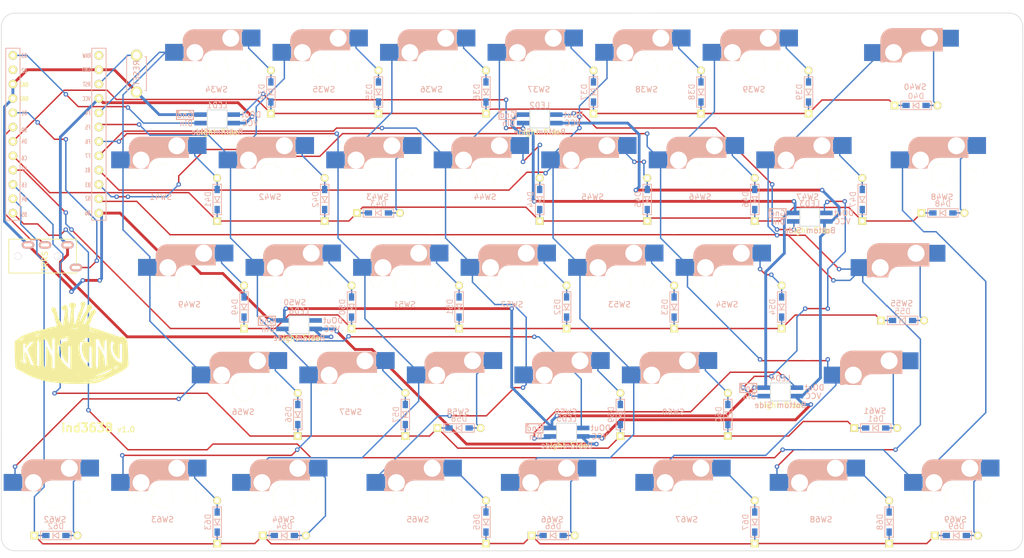
<source format=kicad_pcb>
(kicad_pcb (version 20221018) (generator pcbnew)
  (layers (0 "F.Cu" signal) (31 "B.Cu" signal) (34 "B.Paste" user) (35 "F.Paste" user) (36 "B.SilkS" user "B.Silkscreen") (37 "F.SilkS" user "F.Silkscreen") (38 "B.Mask" user) (39 "F.Mask" user) (44 "Edge.Cuts" user))
  (net 0 "")
  (net 1 "Net-(D40-A)")
  (net 2 "Col6")
  (net 3 "Col5")
  (net 4 "Net-(D61-A)")
  (net 5 "Net-(D55-A)")
  (net 6 "Col0")
  (net 7 "Net-(D34-A)")
  (net 8 "Col1")
  (net 9 "Net-(D50-A)")
  (net 10 "Net-(D35-A)")
  (net 11 "Col2")
  (net 12 "Net-(D36-A)")
  (net 13 "Col3")
  (net 14 "Net-(D37-A)")
  (net 15 "Net-(D63-A)")
  (net 16 "Net-(D62-A)")
  (net 17 "Col4")
  (net 18 "Net-(D38-A)")
  (net 19 "Net-(D60-A)")
  (net 20 "Net-(D59-A)")
  (net 21 "Net-(D58-A)")
  (net 22 "Net-(D57-A)")
  (net 23 "Net-(D56-A)")
  (net 24 "Net-(D39-A)")
  (net 25 "Net-(D54-A)")
  (net 26 "Net-(D53-A)")
  (net 27 "Net-(D52-A)")
  (net 28 "Net-(D51-A)")
  (net 29 "Net-(D41-A)")
  (net 30 "Net-(D49-A)")
  (net 31 "Net-(D47-A)")
  (net 32 "Net-(D46-A)")
  (net 33 "Net-(D45-A)")
  (net 34 "Net-(D44-A)")
  (net 35 "Net-(D43-A)")
  (net 36 "Net-(D42-A)")
  (net 37 "Net-(D48-A)")
  (net 38 "Col7")
  (net 39 "Net-(D67-A)")
  (net 40 "Net-(D68-A)")
  (net 41 "Net-(D69-A)")
  (net 42 "Net-(D64-A)")
  (net 43 "Net-(D65-A)")
  (net 44 "Net-(D66-A)")
  (net 45 "VCC")
  (net 46 "SDA")
  (net 47 "GND")
  (net 48 "Data_SCL")
  (net 49 "Reset")
  (net 50 "LED")
  (net 52 "Row0")
  (net 53 "Row1")
  (net 54 "Row2")
  (net 55 "Row3")
  (net 56 "Row4")
  (net 58 "Net-(LED3-DOUT)")
  (net 59 "Net-(LED2-DOUT)")
  (net 60 "Net-(LED4-DOUT)")
  (net 61 "Net-(LED5-DOUT)")
  (net 63 "Net-(LED1-DOUT)")
  (footprint "kbd_Parts:Diode_TH_SMD" (layer "F.Cu") (at 195.2625 47.625)
    (fp_text reference "D40")
    (fp_text value "D" hide)
  )
  (footprint "kbd_Hole:m2_Screw_Hole" (layer "F.Cu") (at 142.875 123.825)
    (fp_text reference "Ref**")
    (fp_text value "Val**")
  )
  (footprint "kbd_SW:CherryMX_Hotswap_1u" (layer "F.Cu") (at 109.39375 40.79875)
    (fp_text reference "SW36")
    (fp_text value "SW_Push" hide)
  )
  (footprint "kbd_SW:CherryMX_Hotswap_1.25u" (layer "F.Cu") (at 106.9975 116.99875)
    (fp_text reference "SW65")
    (fp_text value "SW_Push" hide)
  )
  (footprint "kbd_SW:CherryMX_Hotswap_1u" (layer "F.Cu") (at 71.30875 40.79875)
    (fp_text reference "SW34")
    (fp_text value "SW_Push" hide)
  )
  (footprint "kbd_Hole:m2_Screw_Hole" (layer "F.Cu") (at 52.3875 123.825)
    (fp_text reference "Ref**")
    (fp_text value "Val**")
  )
  (footprint "kbd_SW:CherryMX_Hotswap_1u" (layer "F.Cu") (at 147.50875 40.79875)
    (fp_text reference "SW38")
    (fp_text value "SW_Push" hide)
  )
  (footprint "kbd_Parts:Diode_TH_SMD" (layer "F.Cu") (at 130.96875 123.825)
    (fp_text reference "D66")
    (fp_text value "D" hide)
  )
  (footprint "kbd_Parts:Diode_TH_SMD" (layer "F.Cu") (at 119.0625 121.44375 90)
    (fp_text reference "D65")
    (fp_text value "D" hide)
  )
  (footprint "kbd_SW:CherryMX_Hotswap_1u" (layer "F.Cu") (at 99.85375 59.84875)
    (fp_text reference "SW43")
    (fp_text value "SW_Push" hide)
  )
  (footprint "kbd_Parts:Diode_TH_SMD" (layer "F.Cu") (at 71.4375 121.44375 90)
    (fp_text reference "D63")
    (fp_text value "D" hide)
  )
  (footprint "kbd_Parts:Diode_TH_SMD" (layer "F.Cu") (at 42.8625 123.825)
    (fp_text reference "D62")
    (fp_text value "D" hide)
  )
  (footprint "kbd_Parts:Diode_TH_SMD" (layer "F.Cu") (at 166.6875 121.44375 90)
    (fp_text reference "D67")
    (fp_text value "D" hide)
  )
  (footprint "kbd_Parts:Diode_TH_SMD" (layer "F.Cu") (at 157.1625 45.24375 90)
    (fp_text reference "D38")
    (fp_text value "D" hide)
  )
  (footprint "kbd_Parts:Diode_TH_SMD" (layer "F.Cu") (at 161.925 102.39375 90)
    (fp_text reference "D60")
    (fp_text value "D" hide)
  )
  (footprint "kbd_SW:CherryMX_Hotswap_1u" (layer "F.Cu") (at 161.76625 78.89875)
    (fp_text reference "SW54")
    (fp_text value "SW_Push" hide)
  )
  (footprint "kbd_Hole:m2_Screw_Hole" (layer "F.Cu") (at 64.195 105.205)
    (fp_text reference "Ref**")
    (fp_text value "Val**")
  )
  (footprint "kbd_Parts:LED_SK6812MINI-E_BL" (layer "F.Cu") (at 176.43125 67.425)
    (fp_text reference "LED3")
    (fp_text value "LED_SK6812MINI-E")
    (fp_line (start -1.75 -1.6) (end 1.75 -1.6) (stroke (width 0.12)) (layer "Edge.Cuts"))
    (fp_line (start -1.75 1.6) (end -1.75 -1.6) (stroke (width 0.12)) (layer "Edge.Cuts"))
    (fp_line (start 1.75 -1.6) (end 1.75 1.6) (stroke (width 0.12)) (layer "Edge.Cuts"))
    (fp_line (start 1.75 1.6) (end -1.75 1.6) (stroke (width 0.12)) (layer "Edge.Cuts"))
  )
  (footprint "kbd_SW:CherryMX_Hotswap_1u" (layer "F.Cu") (at 133.19125 97.94875)
    (fp_text reference "SW59")
    (fp_text value "SW_Push" hide)
  )
  (footprint "kbd_Parts:Diode_TH_SMD" (layer "F.Cu") (at 114.3 83.34375 90)
    (fp_text reference "D51")
    (fp_text value "D" hide)
  )
  (footprint "kbd_SW:CherryMX_Hotswap_1u" (layer "F.Cu") (at 142.71625 78.89875)
    (fp_text reference "SW53")
    (fp_text value "SW_Push" hide)
  )
  (footprint "kbd_Parts:ResetSW" (layer "F.Cu") (at 57.15 41.99375 90)
    (fp_text reference "SW70" hide)
    (fp_text value "SW_Push")
  )
  (footprint "kbd_Hole:m2_Screw_Hole" (layer "F.Cu") (at 109.5375 69.05625)
    (fp_text reference "Ref**")
    (fp_text value "Val**")
  )
  (footprint "kbd_Hole:m2_Screw_Hole" (layer "F.Cu") (at 35.515 105.165)
    (fp_text reference "Ref**")
    (fp_text value "Val**")
  )
  (footprint "kbd_SW:CherryMX_Hotswap_1u" (layer "F.Cu") (at 95.09125 97.94875)
    (fp_text reference "SW57")
    (fp_text value "SW_Push" hide)
  )
  (footprint "kbd_Parts:Diode_TH_SMD" (layer "F.Cu") (at 76.2 83.34375 90)
    (fp_text reference "D49")
    (fp_text value "D" hide)
  )
  (footprint "kbd_SW:CherryMX_Hotswap_1u" (layer "F.Cu") (at 90.34375 40.79875)
    (fp_text reference "SW35")
    (fp_text value "SW_Push" hide)
  )
  (footprint "kbd_Parts:Micon_ProMicro" (layer "F.Cu") (at 44.135 51.973)
    (fp_text reference "U1" hide)
    (fp_text value "ProMicro" hide)
  )
  (footprint "kbd_Hole:m2_Screw_Hole" (layer "F.Cu") (at 69.05625 107.15625)
    (fp_text reference "Ref**")
    (fp_text value "Val**")
  )
  (footprint "kbd_SW:CherryMX_Hotswap_1u" (layer "F.Cu") (at 42.70375 116.99875)
    (fp_text reference "SW62")
    (fp_text value "SW_Push" hide)
  )
  (footprint "kbd_SW:CherryMX_Hotswap_1u" (layer "F.Cu") (at 66.51625 78.89875)
    (fp_text reference "SW49")
    (fp_text value "SW_Push" hide)
  )
  (footprint "kbd_Parts:Diode_TH_SMD" (layer "F.Cu") (at 119.0625 45.24375 90)
    (fp_text reference "D36")
    (fp_text value "D" hide)
  )
  (footprint "kbd_Hole:m2_Screw_Hole" (layer "F.Cu") (at 119.0625 33.3375)
    (fp_text reference "Ref**")
    (fp_text value "Val**")
  )
  (footprint "kbd_Hole:m2_Screw_Hole" (layer "F.Cu") (at 211.93125 107.15625)
    (fp_text reference "Ref**")
    (fp_text value "Val**")
  )
  (footprint "kbd_Parts:Diode_TH_SMD" (layer "F.Cu") (at 152.4 83.34375 90)
    (fp_text reference "D53")
    (fp_text value "D" hide)
  )
  (footprint "kbd_Parts:Diode_TH_SMD" (layer "F.Cu") (at 176.2125 45.24375 90)
    (fp_text reference "D39")
    (fp_text value "D" hide)
  )
  (footprint "kbd_SW:CherryMX_Hotswap_1.5u" (layer "F.Cu") (at 199.86625 59.84875)
    (fp_text reference "SW48")
    (fp_text value "SW_Push" hide)
  )
  (footprint "kbd_Parts:Diode_TH_SMD" (layer "F.Cu") (at 185.7375 64.29375 90)
    (fp_text reference "D47")
    (fp_text value "D" hide)
  )
  (footprint "kbd_Hole:m2_Screw_Hole" (layer "F.Cu") (at 59.53125 69.05625)
    (fp_text reference "Ref**")
    (fp_text value "Val**")
  )
  (footprint "kbd_Hole:m2_Screw_Hole" (layer "F.Cu") (at 54.625 71.625)
    (fp_text reference "Ref**")
    (fp_text value "Val**")
  )
  (footprint "kbd_Hole:m2_Screw_Hole" (layer "F.Cu") (at 211.93125 69.05625)
    (fp_text reference "Ref**")
    (fp_text value "Val**")
  )
  (footprint "kbd_SW:CherryMX_Hotswap_1.25u" (layer "F.Cu") (at 202.2475 116.99875)
    (fp_text reference "SW69")
    (fp_text value "SW_Push" hide)
  )
  (footprint "kbd_Parts:LED_SK6812MINI-E_BL" (layer "F.Cu") (at 133.35 105.525)
    (fp_text reference "LED5")
    (fp_text value "LED_SK6812MINI-E")
    (fp_line (start -1.75 -1.6) (end 1.75 -1.6) (stroke (width 0.12)) (layer "Edge.Cuts"))
    (fp_line (start -1.75 1.6) (end -1.75 -1.6) (stroke (width 0.12)) (layer "Edge.Cuts"))
    (fp_line (start 1.75 -1.6) (end 1.75 1.6) (stroke (width 0.12)) (layer "Edge.Cuts"))
    (fp_line (start 1.75 1.6) (end -1.75 1.6) (stroke (width 0.12)) (layer "Edge.Cuts"))
  )
  (footprint "kbd_Hole:m2_Screw_Hole" (layer "F.Cu") (at 157.1625 33.3375)
    (fp_text reference "Ref**")
    (fp_text value "Val**")
  )
  (footprint "kbd_SW:CherryMX_Hotswap_1u" (layer "F.Cu") (at 114.14125 97.94875)
    (fp_text reference "SW58")
    (fp_text value "SW_Push" hide)
  )
  (footprint "kbd_SW:CherryMX_Hotswap_1u" (layer "F.Cu") (at 104.61625 78.89875)
    (fp_text reference "SW51")
    (fp_text value "SW_Push" hide)
  )
  (footprint "kbd_Parts:Diode_TH_SMD" (layer "F.Cu") (at 100.0125 66.675)
    (fp_text reference "D43")
    (fp_text value "D" hide)
  )
  (footprint "kbd_Parts:Diode_TH_SMD" (layer "F.Cu") (at 95.25 83.34375 90)
    (fp_text reference "D50")
    (fp_text value "D" hide)
  )
  (footprint "kbd_Parts:Diode_TH_SMD" (layer "F.Cu") (at 85.725 102.39375 90)
    (fp_text reference "D56")
    (fp_text value "D" hide)
  )
  (footprint "kbd_SW:CherryMX_Hotswap_1u" (layer "F.Cu") (at 61.75375 59.84875)
    (fp_text reference "SW41")
    (fp_text value "SW_Push" hide)
  )
  (footprint "kbd_Hole:m2_Screw_Hole" (layer "F.Cu") (at 80.9625 33.3375)
    (fp_text reference "Ref**")
    (fp_text value "Val**")
  )
  (footprint "kbd_Hole:m2_Screw_Hole" (layer "F.Cu") (at 211.93125 33.3375)
    (fp_text reference "Ref**")
    (fp_text value "Val**")
  )
  (footprint "kbd_SW:CherryMX_Hotswap_1u" (layer "F.Cu") (at 118.90375 59.84875)
    (fp_text reference "SW44")
    (fp_text value "SW_Push" hide)
  )
  (footprint "kbd_Parts:Diode_TH_SMD" (layer "F.Cu") (at 133.35 83.34375 90)
    (fp_text reference "D52")
    (fp_text value "D" hide)
  )
  (footprint "kbd_Hole:m2_Screw_Hole" (layer "F.Cu") (at 59.445 32.995)
    (fp_text reference "Ref**")
    (fp_text value "Val**")
  )
  (footprint "kbd_SW:CherryMX_Hotswap_2.25u" (layer "F.Cu") (at 192.7225 78.89875)
    (fp_text reference "SW55")
    (fp_text value "SW_Push" hide)
  )
  (footprint "kbd_SW:CherryMX_Hotswap_1u" (layer "F.Cu") (at 176.05375 59.84875)
    (fp_text reference "SW47")
    (fp_text value "SW_Push" hide)
  )
  (footprint "kbd_SW:CherryMX_Hotswap_2u" (layer "F.Cu") (at 195.10375 40.79875)
    (fp_text reference "SW40")
    (fp_text value "SW_Push" hide)
  )
  (footprint "own_making:KingGnu" (layer "F.Cu") (at 45.625 89.625)
    (fp_text reference "G***")
    (fp_text value "LOGO" hide)
  )
  (footprint "kbd_SW:CherryMX_Hotswap_1u" (layer "F.Cu") (at 166.54375 40.79875)
    (fp_text reference "SW39")
    (fp_text value "SW_Push" hide)
  )
  (footprint "kbd_Parts:LED_SK6812MINI-E_BL" (layer "F.Cu") (at 128.5875 50.00625)
    (fp_text reference "LED2")
    (fp_text value "LED_SK6812MINI-E")
    (fp_line (start -1.75 -1.6) (end 1.75 -1.6) (stroke (width 0.12)) (layer "Edge.Cuts"))
    (fp_line (start -1.75 1.6) (end -1.75 -1.6) (stroke (width 0.12)) (layer "Edge.Cuts"))
    (fp_line (start 1.75 -1.6) (end 1.75 1.6) (stroke (width 0.12)) (layer "Edge.Cuts"))
    (fp_line (start 1.75 1.6) (end -1.75 1.6) (stroke (width 0.12)) (layer "Edge.Cuts"))
  )
  (footprint "kbd_Parts:Diode_TH_SMD" (layer "F.Cu") (at 188.11875 104.775)
    (fp_text reference "D61")
    (fp_text value "D" hide)
  )
  (footprint "kbd_SW:CherryMX_Hotswap_1.25u" (layer "F.Cu") (at 130.81 116.99875)
    (fp_text reference "SW66")
    (fp_text value "SW_Push" hide)
  )
  (footprint "kbd_Hole:m2_Screw_Hole" (layer "F.Cu") (at 35.435 33.045)
    (fp_text reference "Ref**")
    (fp_text value "Val**")
  )
  (footprint "kbd_SW:CherryMX_Hotswap_1u" (layer "F.Cu") (at 128.44375 40.79875)
    (fp_text reference "SW37")
    (fp_text value "SW_Push" hide)
  )
  (footprint "kbd_SW:CherryMX_Hotswap_2.75u" (layer "F.Cu") (at 187.96 97.94875)
    (fp_text reference "SW61")
    (fp_text value "SW_Push" hide)
  )
  (footprint "kbd_SW:CherryMX_Hotswap_1.25u" (layer "F.Cu") (at 83.185 116.99875)
    (fp_text reference "SW64")
    (fp_text value "SW_Push" hide)
  )
  (footprint "kbd_SW:CherryMX_Hotswap_1u" (layer "F.Cu") (at 80.80375 59.84875)
    (fp_text reference "SW42")
    (fp_text value "SW_Push" hide)
  )
  (footprint "kbd_Parts:LED_SK6812MINI-E_BL" (layer "F.Cu") (at 171.23125 98.38125)
    (fp_text reference "LED4")
    (fp_text value "LED_SK6812MINI-E")
    (fp_line (start -1.75 -1.6) (end 1.75 -1.6) (stroke (width 0.12)) (layer "Edge.Cuts"))
    (fp_line (start -1.75 1.6) (end -1.75 -1.6) (stroke (width 0.12)) (layer "Edge.Cuts"))
    (fp_line (start 1.75 -1.6) (end 1.75 1.6) (stroke (width 0.12)) (layer "Edge.Cuts"))
    (fp_line (start 1.75 1.6) (end -1.75 1.6) (stroke (width 0.12)) (layer "Edge.Cuts"))
  )
  (footprint "kbd_Parts:Diode_TH_SMD" (layer "F.Cu") (at 166.6875 64.29375 90)
    (fp_text reference "D46")
    (fp_text value "D" hide)
  )
  (footprint "kbd_Parts:Diode_TH_SMD" (layer "F.Cu") (at 100.0125 45.24375 90)
    (fp_text reference "D35")
    (fp_text value "D" hide)
  )
  (footprint "kbd_Parts:LED_SK6812MINI-E_BL" (layer "F.Cu") (at 85.94375 86.475)
    (fp_text reference "LED6")
    (fp_text value "LED_SK6812MINI-E")
    (fp_line (start -1.75 -1.6) (end 1.75 -1.6) (stroke (width 0.12)) (layer "Edge.Cuts"))
    (fp_line (start -1.75 1.6) (end -1.75 -1.6) (stroke (width 0.12)) (layer "Edge.Cuts"))
    (fp_line (start 1.75 -1.6) (end 1.75 1.6) (stroke (width 0.12)) (layer "Edge.Cuts"))
    (fp_line (start 1.75 1.6) (end -1.75 1.6) (stroke (width 0.12)) (layer "Edge.Cuts"))
  )
  (footprint "kbd_Parts:Diode_TH_SMD" (layer "F.Cu") (at 71.4375 64.29375 90)
    (fp_text reference "D41")
    (fp_text value "D" hide)
  )
  (footprint "kbd_Parts:Diode_TH_SMD" (layer "F.Cu") (at 138.1125 45.24375 90)
    (fp_text reference "D37")
    (fp_text value "D" hide)
  )
  (footprint "kbd_SW:CherryMX_Hotswap_1u" (layer "F.Cu") (at 61.75375 116.99875)
    (fp_text reference "SW63")
    (fp_text value "SW_Push" hide)
  )
  (footprint "kbd_SW:CherryMX_Hotswap_1u" (layer "F.Cu") (at 152.24125 97.94875)
    (fp_text reference "SW60")
    (fp_text value "SW_Push" hide)
  )
  (footprint "kbd_Parts:Diode_TH_SMD" (layer "F.Cu") (at 147.6375 64.29375 90)
    (fp_text reference "D45")
    (fp_text value "D" hide)
  )
  (footprint "kbd_SW:CherryMX_Hotswap_1u" (layer "F.Cu") (at 123.66625 78.89875)
    (fp_text reference "SW52")
    (fp_text value "SW_Push" hide)
  )
  (footprint "kbd_Parts:Diode_TH_SMD" (layer "F.Cu") (at 171.45 83.34375 90)
    (fp_text reference "D54")
    (fp_text value "D" hide)
  )
  (footprint "kbd_Hole:m2_Screw_Hole" (layer "F.Cu") (at 95.25 123.825)
    (fp_text reference "Ref**")
    (fp_text value "Val**")
  )
  (footprint "kbd_Parts:Diode_TH_SMD" (layer "F.Cu") (at 190.5 121.44375 90)
    (fp_text reference "D68")
    (fp_text value "D" hide)
  )
  (footprint "kbd_Parts:Diode_TH_SMD" (layer "F.Cu") (at 104.775 102.39375 90)
    (fp_text reference "D57")
    (fp_text value "D" hide)
  )
  (footprint "kbd_Parts:Diode_TH_SMD" (layer "F.Cu") (at 128.5875 64.29375 90)
    (fp_text reference "D44")
    (fp_text value "D" hide)
  )
  (footprint "kbd_Parts:Diode_TH_SMD" (layer "F.Cu") (at 90.4875 64.29375 90)
    (fp_text reference "D42")
    (fp_text value "D" hide)
  )
  (footprint "kbd_Parts:Diode_TH_SMD" (layer "F.Cu") (at 142.875 102.39375 90)
    (fp_text reference "D59")
    (fp_text value "D" hide)
  )
  (footprint "kbd_Hole:m2_Screw_Hole" (layer "F.Cu") (at 123.825 100.0125)
    (fp_text reference "Ref**")
    (fp_text value "Val**")
  )
  (footprint "kbd_Parts:Diode_TH_SMD" (layer "F.Cu") (at 192.88125 85.725)
    (fp_text reference "D55")
    (fp_text value "D" hide)
  )
  (footprint "kbd_SW:CherryMX_Hotswap_1.25u" (layer "F.Cu") (at 178.435 116.99875)
    (fp_text reference "SW68")
    (fp_text value "SW_Push" hide)
  )
  (footprint "kbd_Parts:LED_SK6812MINI-E_BL" (layer "F.Cu") (at 71.4375 50.00625)
    (fp_text reference "LED1")
    (fp_text value "LED_SK6812MINI-E")
    (fp_line (start -1.75 -1.6) (end 1.75 -1.6) (stroke (width 0.12)) (layer "Edge.Cuts"))
    (fp_line (start -1.75 1.6) (end -1.75 -1.6) (stroke (width 0.12)) (layer "Edge.Cuts"))
    (fp_line (start 1.75 -1.6) (end 1.75 1.6) (stroke (width 0.12)) (layer "Edge.Cuts"))
    (fp_line (start 1.75 1.6) (end -1.75 1.6) (stroke (width 0.12)) (layer "Edge.Cuts"))
  )
  (footprint "kbd_SW:CherryMX_Hotswap_1u" (layer "F.Cu") (at 76.04125 97.94875)
    (fp_text reference "SW56")
    (fp_text value "SW_Push" hide)
  )
  (footprint "kbd_Parts:Diode_TH_SMD" (layer "F.Cu") (at 202.40625 123.825)
    (fp_text reference "D69")
    (fp_text value "D" hide)
  )
  (footprint "kbd_Hole:m2_Screw_Hole" (layer "F.Cu") (at 152.4 69.05625)
    (fp_text reference "Ref**")
    (fp_text value "Val**")
  )
  (footprint "kbd_SW:CherryMX_Hotswap_1u" (layer "F.Cu") (at 137.95375 59.84875)
    (fp_text reference "SW45")
    (fp_text value "SW_Push" hide)
  )
  (footprint "kbd_Parts:Diode_TH_SMD" (layer "F.Cu") (at 114.3 104.775)
    (fp_text reference "D58")
    (fp_text value "D" hide)
  )
  (footprint "kbd_SW:CherryMX_Hotswap_1u" (layer "F.Cu") (at 157.00375 59.84875)
    (fp_text reference "SW46")
    (fp_text value "SW_Push" hide)
  )
  (footprint "kbd_SW:CherryMX_Hotswap_1.25u" (layer "F.Cu") (at 154.6225 116.99875)
    (fp_text reference "SW67")
    (fp_text value "SW_Push" hide)
  )
  (footprint "kbd_Parts:Diode_TH_SMD" (layer "F.Cu") (at 80.9625 45.24375 90)
    (fp_text reference "D34")
    (fp_text value "D" hide)
  )
  (footprint "kbd_Parts:Diode_TH_SMD" (layer "F.Cu") (at 200.025 66.675)
    (fp_text reference "D48")
    (fp_text value "D" hide)
  )
  (footprint "kbd_SW:CherryMX_Hotswap_1u" (layer "F.Cu") (at 85.56625 78.89875)
    (fp_text reference "SW50")
    (fp_text value "SW_Push" hide)
  )
  (footprint "kbd_Parts:Diode_TH_SMD" (layer "F.Cu") (at 83.34375 123.825)
    (fp_text reference "D64")
    (fp_text value "D" hide)
  )
  (footprint "kbd_Parts:TRRS_MJ-4PP-9" (layer "B.Cu") (at 40.625 74.345 -90)
    (fp_text reference "J1")
    (fp_text value "TRRS_MJ-4PP-9" hide)
  )
  (gr_arc (start 33.187548 33.66625) (mid 33.885 31.982452) (end 35.568798 31.285) (stroke (width 0.1)) (layer "Edge.Cuts"))
  (gr_line (start 211.791202 31.257548) (end 35.568798 31.285) (stroke (width 0.1)) (layer "Edge.Cuts"))
  (gr_line (start 214.172452 33.638798) (end 214.152452 124.151202) (stroke (width 0.1)) (layer "Edge.Cuts"))
  (gr_line (start 33.187548 33.66625) (end 33.193798 124.379952) (stroke (width 0.1)) (layer "Edge.Cuts"))
  (gr_arc (start 35.568798 126.537192) (mid 33.964561 125.917376) (end 33.193799 124.379952) (stroke (width 0.1)) (layer "Edge.Cuts"))
  (gr_arc (start 214.152452 124.151202) (mid 213.455 125.835) (end 211.771202 126.532452) (stroke (width 0.1)) (layer "Edge.Cuts"))
  (gr_line (start 35.568798 126.532452) (end 211.771202 126.532452) (stroke (width 0.1)) (layer "Edge.Cuts"))
  (gr_arc (start 211.791202 31.257548) (mid 213.475 31.955) (end 214.172452 33.638798) (stroke (width 0.1)) (layer "Edge.Cuts"))
  (gr_text "ind3638" (at 43.625 105.625) (layer "F.SilkS") (effects (font (size 1.5 1.5) (thickness 0.3) bold) (justify left bottom)))
  (gr_text "v1.0" (at 53.625 105.625) (layer "F.SilkS") (effects (font (size 1 1) (thickness 0.17) bold) (justify left bottom)))
  (segment (start 198.374 38.0485) (end 200.70375 35.71875) (width 0.25) (layer "B.Cu") (net 1))
  (segment (start 199.0725 47.625) (end 198.374 46.9265) (width 0.25) (layer "B.Cu") (net 1))
  (segment (start 198.374 46.9265) (end 198.374 38.0485) (width 0.25) (layer "B.Cu") (net 1))
  (segment (start 199.0725 47.625) (end 197.0375 47.625) (width 0.25) (layer "B.Cu") (net 1))
  (segment (start 170.625 70.625) (end 175.625 70.625) (width 0.25) (layer "F.Cu") (net 2))
  (segment (start 50.945 64.625) (end 50.485 64.165) (width 0.25) (layer "F.Cu") (net 2))
  (segment (start 173.625 108.625) (end 170.625 111.625) (width 0.25) (layer "F.Cu") (net 2))
  (segment (start 57.185965 64.625) (end 50.945 64.625) (width 0.25) (layer "F.Cu") (net 2))
  (segment (start 191.625 108.625) (end 173.625 108.625) (width 0.25) (layer "F.Cu") (net 2))
  (segment (start 63.092215 70.53125) (end 57.185965 64.625) (width 0.25) (layer "F.Cu") (net 2))
  (segment (start 180.625 78.625) (end 172.53125 70.53125) (width 0.25) (layer "F.Cu") (net 2))
  (segment (start 175.625 70.625) (end 181.625 76.625) (width 0.25) (layer "F.Cu") (net 2))
  (segment (start 172.53125 70.53125) (end 63.092215 70.53125) (width 0.25) (layer "F.Cu") (net 2))
  (via (at 170.625 70.625) (size 0.8) (drill 0.4) (layers "F.Cu" "B.Cu") (net 2))
  (via (at 191.625 108.625) (size 0.8) (drill 0.4) (layers "F.Cu" "B.Cu") (net 2))
  (via (at 170.625 111.625) (size 0.8) (drill 0.4) (layers "F.Cu" "B.Cu") (net 2))
  (via (at 180.625 78.625) (size 0.8) (drill 0.4) (layers "F.Cu" "B.Cu") (net 2))
  (via (at 181.625 76.625) (size 0.8) (drill 0.4) (layers "F.Cu" "B.Cu") (net 2))
  (segment (start 190.16125 83.16125) (end 196.035 89.035) (width 0.25) (layer "B.Cu") (net 2))
  (segment (start 185.8225 76.35875) (end 185.8225 78.881872) (width 0.25) (layer "B.Cu") (net 2))
  (segment (start 170.88875 55.43375) (end 169.05375 57.26875) (width 0.25) (layer "B.Cu") (net 2))
  (segment (start 170.625 113.60875) (end 171.435 114.41875) (width 0.25) (layer "B.Cu") (net 2))
  (segment (start 190.101878 83.16125) (end 190.16125 83.16125) (width 0.25) (layer "B.Cu") (net 2))
  (segment (start 196.035 104.215) (end 191.625 108.625) (width 0.25) (layer "B.Cu") (net 2))
  (segment (start 169.05375 57.26875) (end 169.05375 69.05375) (width 0.25) (layer "B.Cu") (net 2))
  (segment (start 171.8795 55.43375) (end 170.88875 55.43375) (width 0.25) (layer "B.Cu") (net 2))
  (segment (start 183.55625 78.625) (end 180.625 78.625) (width 0.25) (layer "B.Cu") (net 2))
  (segment (start 185.8225 76.35875) (end 183.55625 78.625) (width 0.25) (layer "B.Cu") (net 2))
  (segment (start 188.20375 38.25875) (end 188.20375 39.1095) (width 0.25) (layer "B.Cu") (net 2))
  (segment (start 185.8225 78.881872) (end 190.101878 83.16125) (width 0.25) (layer "B.Cu") (net 2))
  (segment (start 169.05375 69.05375) (end 170.625 70.625) (width 0.25) (layer "B.Cu") (net 2))
  (segment (start 188.20375 39.1095) (end 171.8795 55.43375) (width 0.25) (layer "B.Cu") (net 2))
  (segment (start 181.625 76.625) (end 185.55625 76.625) (width 0.25) (layer "B.Cu") (net 2))
  (segment (start 185.55625 76.625) (end 185.8225 76.35875) (width 0.25) (layer "B.Cu") (net 2))
  (segment (start 196.035 89.035) (end 196.035 104.215) (width 0.25) (layer "B.Cu") (net 2))
  (segment (start 170.625 111.625) (end 170.625 113.60875) (width 0.25) (layer "B.Cu") (net 2))
  (segment (start 167.84875 92.84875) (end 179.40125 92.84875) (width 0.25) (layer "F.Cu") (net 3))
  (segment (start 89.631555 56.64375) (end 79.64375 56.64375) (width 0.25) (layer "F.Cu") (net 3))
  (segment (start 78.43375 55.43375) (end 69.304206 55.43375) (width 0.25) (layer "F.Cu") (net 3))
  (segment (start 147.625 52.625) (end 93.650305 52.625) (width 0.25) (layer "F.Cu") (net 3))
  (segment (start 69.304206 55.43375) (end 64.625 60.112956) (width 0.25) (layer "F.Cu") (net 3))
  (segment (start 93.650305 52.625) (end 89.631555 56.64375) (width 0.25) (layer "F.Cu") (net 3))
  (segment (start 55.625 63.8025) (end 53.625 63.8025) (width 0.25) (layer "F.Cu") (net 3))
  (segment (start 79.64375 56.64375) (end 78.43375 55.43375) (width 0.25) (layer "F.Cu") (net 3))
  (segment (start 167.625 92.625) (end 167.84875 92.84875) (width 0.25) (layer "F.Cu") (net 3))
  (segment (start 179.40125 92.84875) (end 179.625 92.625) (width 0.25) (layer "F.Cu") (net 3))
  (segment (start 64.625 60.112956) (end 64.625 61.625) (width 0.25) (layer "F.Cu") (net 3))
  (via (at 147.625 52.625) (size 0.8) (drill 0.4) (layers "F.Cu" "B.Cu") (net 3))
  (via (at 53.625 63.8025) (size 0.8) (drill 0.4) (layers "F.Cu" "B.Cu") (net 3))
  (via (at 64.625 61.625) (size 0.8) (drill 0.4) (layers "F.Cu" "B.Cu") (net 3))
  (via (at 167.625 92.625) (size 0.8) (drill 0.4) (layers "F.Cu" "B.Cu") (net 3))
  (via (at 179.625 92.625) (size 0.8) (drill 0.4) (layers "F.Cu" "B.Cu") (net 3))
  (via (at 55.625 63.8025) (size 0.8) (drill 0.4) (layers "F.Cu" "B.Cu") (net 3))
  (segment (start 64.625 61.625) (end 62.4475 63.8025) (width 0.25) (layer "B.Cu") (net 3))
  (segment (start 62.4475 63.8025) (end 55.625 63.8025) (width 0.25) (layer "B.Cu") (net 3))
  (segment (start 154.76625 76.31875) (end 154.76625 79.76625) (width 0.25) (layer "B.Cu") (net 3))
  (segment (start 181.06 95.40875) (end 181.06 97.215305) (width 0.25) (layer "B.Cu") (net 3))
  (segment (start 168.650305 109.625) (end 152.41625 109.625) (width 0.25) (layer "B.Cu") (net 3))
  (segment (start 159.54375 48.7195) (end 152.8295 55.43375) (width 0.25) (layer "B.Cu") (net 3))
  (segment (start 150.00375 71.11625) (end 154.76625 75.87875) (width 0.25) (layer "B.Cu") (net 3))
  (segment (start 181.06 97.215305) (end 168.650305 109.625) (width 0.25) (layer "B.Cu") (net 3))
  (segment (start 151.83875 55.43375) (end 150.00375 57.26875) (width 0.25) (layer "B.Cu") (net 3))
  (segment (start 53.625 63.8025) (end 52.6625 63.8025) (width 0.25) (layer "B.Cu") (net 3))
  (segment (start 150.00375 57.26875) (end 150.00375 71.11625) (width 0.25) (layer "B.Cu") (net 3))
  (segment (start 154.76625 75.87875) (end 154.76625 76.31875) (width 0.25) (layer "B.Cu") (net 3))
  (segment (start 52.6625 63.8025) (end 50.485 61.625) (width 0.25) (layer "B.Cu") (net 3))
  (segment (start 152.8295 55.43375) (end 151.83875 55.43375) (width 0.25) (layer "B.Cu") (net 3))
  (segment (start 179.625 92.625) (end 179.625 93.97375) (width 0.25) (layer "B.Cu") (net 3))
  (segment (start 159.54375 38.21875) (end 159.54375 48.7195) (width 0.25) (layer "B.Cu") (net 3))
  (segment (start 154.76625 79.76625) (end 167.625 92.625) (width 0.25) (layer "B.Cu") (net 3))
  (segment (start 152.41625 109.625) (end 147.6225 114.41875) (width 0.25) (layer "B.Cu") (net 3))
  (segment (start 150.00375 57.26875) (end 147.625 54.89) (width 0.25) (layer "B.Cu") (net 3))
  (segment (start 179.625 93.97375) (end 181.06 95.40875) (width 0.25) (layer "B.Cu") (net 3))
  (segment (start 147.625 54.89) (end 147.625 52.625) (width 0.25) (layer "B.Cu") (net 3))
  (segment (start 191.92875 104.775) (end 191.23025 104.0765) (width 0.25) (layer "B.Cu") (net 4))
  (segment (start 189.89375 104.775) (end 191.92875 104.775) (width 0.25) (layer "B.Cu") (net 4))
  (segment (start 191.23025 95.1985) (end 193.56 92.86875) (width 0.25) (layer "B.Cu") (net 4))
  (segment (start 191.23025 104.0765) (end 191.23025 95.1985) (width 0.25) (layer "B.Cu") (net 4))
  (segment (start 196.69125 85.725) (end 195.99275 85.0265) (width 0.25) (layer "B.Cu") (net 5))
  (segment (start 194.65625 85.725) (end 196.69125 85.725) (width 0.25) (layer "B.Cu") (net 5))
  (segment (start 195.99275 85.0265) (end 195.99275 76.1485) (width 0.25) (layer "B.Cu") (net 5))
  (segment (start 195.99275 76.1485) (end 198.3225 73.81875) (width 0.25) (layer "B.Cu") (net 5))
  (segment (start 47.625 99.625) (end 35.625 111.625) (width 0.25) (layer "F.Cu") (net 6))
  (segment (start 64.625 99.625) (end 47.625 99.625) (width 0.25) (layer "F.Cu") (net 6))
  (via (at 64.625 99.625) (size 0.8) (drill 0.4) (layers "F.Cu" "B.Cu") (net 6))
  (via (at 35.625 111.625) (size 0.8) (drill 0.4) (layers "F.Cu" "B.Cu") (net 6))
  (segment (start 35.625 111.625) (end 35.625 114.34) (width 0.25) (layer "B.Cu") (net 6))
  (segment (start 64.785 99.625) (end 64.625 99.625) (width 0.25) (layer "B.Cu") (net 6))
  (segment (start 59.51625 74.430285) (end 59.51625 76.31875) (width 0.25) (layer "B.Cu") (net 6))
  (segment (start 54.75375 45.766167) (end 54.75375 57.26875) (width 0.25) (layer "B.Cu") (net 6))
  (segment (start 59.51625 76.31875) (end 59.51625 85.84375) (width 0.25) (layer "B.Cu") (net 6))
  (segment (start 35.625 114.34) (end 35.70375 114.41875) (width 0.25) (layer "B.Cu") (net 6))
  (segment (start 54.75375 69.667785) (end 59.51625 74.430285) (width 0.25) (layer "B.Cu") (net 6))
  (segment (start 64.30875 38.21875) (end 62.301167 38.21875) (width 0.25) (layer "B.Cu") (net 6))
  (segment (start 59.51625 85.84375) (end 69.04125 95.36875) (width 0.25) (layer "B.Cu") (net 6))
  (segment (start 62.301167 38.21875) (end 54.75375 45.766167) (width 0.25) (layer "B.Cu") (net 6))
  (segment (start 69.04125 95.36875) (end 64.785 99.625) (width 0.25) (layer "B.Cu") (net 6))
  (segment (start 61.19125 38.21875) (end 50.485 48.925) (width 0.25) (layer "B.Cu") (net 6))
  (segment (start 64.30875 38.21875) (end 61.19125 38.21875) (width 0.25) (layer "B.Cu") (net 6))
  (segment (start 54.75375 57.26875) (end 54.75375 69.667785) (width 0.25) (layer "B.Cu") (net 6))
  (segment (start 80.9625 41.43375) (end 77.00875 37.48) (width 0.25) (layer "B.Cu") (net 7))
  (segment (start 77.00875 37.48) (end 77.00875 35.67875) (width 0.25) (layer "B.Cu") (net 7))
  (segment (start 80.9625 43.46875) (end 80.9625 41.43375) (width 0.25) (layer "B.Cu") (net 7))
  (segment (start 85.625 108.625) (end 84.625 109.625) (width 0.25) (layer "F.Cu") (net 8))
  (segment (start 84.625 109.625) (end 54.625 109.625) (width 0.25) (layer "F.Cu") (net 8))
  (segment (start 50.485 51.465) (end 50.942802 51.007198) (width 0.25) (layer "F.Cu") (net 8))
  (segment (start 50.942802 51.007198) (end 57.611101 51.007198) (width 0.25) (layer "F.Cu") (net 8))
  (via (at 54.625 109.625) (size 0.8) (drill 0.4) (layers "F.Cu" "B.Cu") (net 8))
  (via (at 85.625 108.625) (size 0.8) (drill 0.4) (layers "F.Cu" "B.Cu") (net 8))
  (via (at 57.611101 51.007198) (size 0.8) (drill 0.4) (layers "F.Cu" "B.Cu") (net 8))
  (segment (start 54.625 109.625) (end 54.75375 109.75375) (width 0.25) (layer "B.Cu") (net 8))
  (segment (start 57.611101 51.007198) (end 59.497653 52.89375) (width 0.25) (layer "B.Cu") (net 8))
  (segment (start 78.56625 75.87875) (end 78.56625 76.31875) (width 0.25) (layer "B.Cu") (net 8))
  (segment (start 54.75375 109.75375) (end 54.75375 114.41875) (width 0.25) (layer "B.Cu") (net 8))
  (segment (start 69.89375 52.89375) (end 73.80375 56.80375) (width 0.25) (layer "B.Cu") (net 8))
  (segment (start 78.56625 84.9575) (end 88.09125 94.4825) (width 0.25) (layer "B.Cu") (net 8))
  (segment (start 73.80375 71.11625) (end 78.56625 75.87875) (width 0.25) (layer "B.Cu") (net 8))
  (segment (start 73.80375 56.80375) (end 73.80375 57.26875) (width 0.25) (layer "B.Cu") (net 8))
  (segment (start 83.34375 42.8625) (end 78.35 47.85625) (width 0.25) (layer "B.Cu") (net 8))
  (segment (start 78.56625 76.31875) (end 78.56625 84.9575) (width 0.25) (layer "B.Cu") (net 8))
  (segment (start 83.34375 38.21875) (end 83.34375 42.8625) (width 0.25) (layer "B.Cu") (net 8))
  (segment (start 78.35 47.85625) (end 78.35 52.7225) (width 0.25) (layer "B.Cu") (net 8))
  (segment (start 73.80375 57.26875) (end 73.80375 71.11625) (width 0.25) (layer "B.Cu") (net 8))
  (segment (start 88.09125 94.4825) (end 88.09125 95.36875) (width 0.25) (layer "B.Cu") (net 8))
  (segment (start 88.09125 106.15875) (end 85.625 108.625) (width 0.25) (layer "B.Cu") (net 8))
  (segment (start 59.497653 52.89375) (end 69.89375 52.89375) (width 0.25) (layer "B.Cu") (net 8))
  (segment (start 88.09125 95.36875) (end 88.09125 106.15875) (width 0.25) (layer "B.Cu") (net 8))
  (segment (start 78.35 52.7225) (end 73.80375 57.26875) (width 0.25) (layer "B.Cu") (net 8))
  (segment (start 91.26625 75.55) (end 91.26625 73.77875) (width 0.25) (layer "B.Cu") (net 9))
  (segment (start 95.25 79.53375) (end 91.26625 75.55) (width 0.25) (layer "B.Cu") (net 9))
  (segment (start 95.25 81.56875) (end 95.25 79.53375) (width 0.25) (layer "B.Cu") (net 9))
  (segment (start 96.04375 37.465) (end 96.04375 35.67875) (width 0.25) (layer "B.Cu") (net 10))
  (segment (start 100.0125 41.43375) (end 96.04375 37.465) (width 0.25) (layer "B.Cu") (net 10))
  (segment (start 100.0125 43.46875) (end 100.0125 41.43375) (width 0.25) (layer "B.Cu") (net 10))
  (segment (start 92.625 52.625) (end 55.429598 52.625) (width 0.25) (layer "F.Cu") (net 11))
  (segment (start 55.429598 52.625) (end 54.027299 54.027299) (width 0.25) (layer "F.Cu") (net 11))
  (via (at 92.625 52.625) (size 0.8) (drill 0.4) (layers "F.Cu" "B.Cu") (net 11))
  (via (at 54.027299 54.027299) (size 0.8) (drill 0.4) (layers "F.Cu" "B.Cu") (net 11))
  (segment (start 97.61625 85.40375) (end 107.14125 94.92875) (width 0.25) (layer "B.Cu") (net 11))
  (segment (start 97.61625 76.31875) (end 97.61625 85.40375) (width 0.25) (layer "B.Cu") (net 11))
  (segment (start 94.68875 55.43375) (end 92.85375 57.26875) (width 0.25) (layer "B.Cu") (net 11))
  (segment (start 102.39375 48.85625) (end 95.81625 55.43375) (width 0.25) (layer "B.Cu") (net 11))
  (segment (start 54.027299 54.027299) (end 54.005 54.005) (width 0.25) (layer "B.Cu") (net 11))
  (segment (start 92.85375 57.26875) (end 92.85375 71.11625) (width 0.25) (layer "B.Cu") (net 11))
  (segment (start 92.85375 52.85375) (end 92.625 52.625) (width 0.25) (layer "B.Cu") (net 11))
  (segment (start 107.14125 94.92875) (end 107.14125 95.36875) (width 0.25) (layer "B.Cu") (net 11))
  (segment (start 107.14125 95.36875) (end 107.14125 100.0275) (width 0.25) (layer "B.Cu") (net 11))
  (segment (start 92.85375 57.26875) (end 92.85375 52.85375) (width 0.25) (layer "B.Cu") (net 11))
  (segment (start 97.61625 75.87875) (end 97.61625 76.31875) (width 0.25) (layer "B.Cu") (net 11))
  (segment (start 97.125 110.04375) (end 80.56 110.04375) (width 0.25) (layer "B.Cu") (net 11))
  (segment (start 54.005 54.005) (end 50.485 54.005) (width 0.25) (layer "B.Cu") (net 11))
  (segment (start 92.85375 71.11625) (end 97.61625 75.87875) (width 0.25) (layer "B.Cu") (net 11))
  (segment (start 95.81625 55.43375) (end 94.68875 55.43375) (width 0.25) (layer "B.Cu") (net 11))
  (segment (start 102.39375 38.21875) (end 102.39375 48.85625) (width 0.25) (layer "B.Cu") (net 11))
  (segment (start 107.14125 100.0275) (end 97.125 110.04375) (width 0.25) (layer "B.Cu") (net 11))
  (segment (start 80.56 110.04375) (end 76.185 114.41875) (width 0.25) (layer "B.Cu") (net 11))
  (segment (start 119.0625 41.43375) (end 119.0625 43.46875) (width 0.25) (layer "B.Cu") (net 12))
  (segment (start 115.09375 37.465) (end 119.0625 41.43375) (width 0.25) (layer "B.Cu") (net 12))
  (segment (start 115.09375 35.67875) (end 115.09375 37.465) (width 0.25) (layer "B.Cu") (net 12))
  (segment (start 92.049695 52.175) (end 54.855 52.175) (width 0.25) (layer "F.Cu") (net 13))
  (segment (start 125.625 97.625) (end 124.126535 97.625) (width 0.25) (layer "F.Cu") (net 13))
  (segment (start 124.126535 97.625) (end 119.126535 102.625) (width 0.25) (layer "F.Cu") (net 13))
  (segment (start 54.855 52.175) (end 50.485 56.545) (width 0.25) (layer "F.Cu") (net 13))
  (segment (start 100.637299 51.637299) (end 92.587396 51.637299) (width 0.25) (layer "F.Cu") (net 13))
  (segment (start 119.126535 102.625) (end 112.625 102.625) (width 0.25) (layer "F.Cu") (net 13))
  (segment (start 92.587396 51.637299) (end 92.049695 52.175) (width 0.25) (layer "F.Cu") (net 13))
  (via (at 125.625 97.625) (size 0.8) (drill 0.4) (layers "F.Cu" "B.Cu") (net 13))
  (via (at 112.625 102.625) (size 0.8) (drill 0.4) (layers "F.Cu" "B.Cu") (net 13))
  (via (at 100.637299 51.637299) (size 0.8) (drill 0.4) (layers "F.Cu" "B.Cu") (net 13))
  (segment (start 111.90375 57.26875) (end 111.90375 71.11625) (width 0.25) (layer "B.Cu") (net 13))
  (segment (start 114.7295 55.43375) (end 113.73875 55.43375) (width 0.25) (layer "B.Cu") (net 13))
  (segment (start 106.712299 51.637299) (end 100.637299 51.637299) (width 0.25) (layer "B.Cu") (net 13))
  (segment (start 113.73875 55.43375) (end 111.90375 57.26875) (width 0.25) (layer "B.Cu") (net 13))
  (segment (start 111.90375 71.11625) (end 116.66625 75.87875) (width 0.25) (layer "B.Cu") (net 13))
  (segment (start 123.925305 82.9) (end 126.19125 85.165945) (width 0.25) (layer "B.Cu") (net 13))
  (segment (start 120.642956 82.9) (end 123.925305 82.9) (width 0.25) (layer "B.Cu") (net 13))
  (segment (start 99.9975 113.2205) (end 99.9975 114.41875) (width 0.25) (layer "B.Cu") (net 13))
  (segment (start 111.90375 57.26875) (end 111.90375 56.82875) (width 0.25) (layer "B.Cu") (net 13))
  (segment (start 116.66625 78.923294) (end 120.642956 82.9) (width 0.25) (layer "B.Cu") (net 13))
  (segment (start 116.66625 76.31875) (end 116.66625 78.923294) (width 0.25) (layer "B.Cu") (net 13))
  (segment (start 116.66625 75.87875) (end 116.66625 76.31875) (width 0.25) (layer "B.Cu") (net 13))
  (segment (start 112.625 102.625) (end 110.593 102.625) (width 0.25) (layer "B.Cu") (net 13))
  (segment (start 126.19125 97.05875) (end 125.625 97.625) (width 0.25) (layer "B.Cu") (net 13))
  (segment (start 110.593 102.625) (end 99.9975 113.2205) (width 0.25) (layer "B.Cu") (net 13))
  (segment (start 121.44375 48.7195) (end 114.7295 55.43375) (width 0.25) (layer "B.Cu") (net 13))
  (segment (start 126.19125 85.165945) (end 126.19125 95.36875) (width 0.25) (layer "B.Cu") (net 13))
  (segment (start 111.90375 56.82875) (end 106.712299 51.637299) (width 0.25) (layer "B.Cu") (net 13))
  (segment (start 126.19125 95.36875) (end 126.19125 97.05875) (width 0.25) (layer "B.Cu") (net 13))
  (segment (start 121.44375 38.21875) (end 121.44375 48.7195) (width 0.25) (layer "B.Cu") (net 13))
  (segment (start 138.1125 43.46875) (end 138.1125 41.43375) (width 0.25) (layer "B.Cu") (net 14))
  (segment (start 138.1125 41.43375) (end 134.14375 37.465) (width 0.25) (layer "B.Cu") (net 14))
  (segment (start 134.14375 37.465) (end 134.14375 35.67875) (width 0.25) (layer "B.Cu") (net 14))
  (segment (start 71.4375 117.63375) (end 67.45375 113.65) (width 0.25) (layer "B.Cu") (net 15))
  (segment (start 67.45375 113.65) (end 67.45375 111.87875) (width 0.25) (layer "B.Cu") (net 15))
  (segment (start 71.4375 119.66875) (end 71.4375 117.63375) (width 0.25) (layer "B.Cu") (net 15))
  (segment (start 45.974 123.1265) (end 45.974 114.3085) (width 0.25) (layer "B.Cu") (net 16))
  (segment (start 45.974 114.3085) (end 48.40375 111.87875) (width 0.25) (layer "B.Cu") (net 16))
  (segment (start 46.6725 123.825) (end 45.974 123.1265) (width 0.25) (layer "B.Cu") (net 16))
  (segment (start 44.6375 123.825) (end 46.6725 123.825) (width 0.25) (layer "B.Cu") (net 16))
  (segment (start 129.46025 59.46025) (end 126.316794 59.46025) (width 0.25) (layer "F.Cu") (net 17))
  (segment (start 135.625 49.625) (end 135.625 51.625) (width 0.25) (layer "F.Cu") (net 17))
  (segment (start 129.625 59.625) (end 129.46025 59.46025) (width 0.25) (layer "F.Cu") (net 17))
  (segment (start 123.152044 62.625) (end 54.025 62.625) (width 0.25) (layer "F.Cu") (net 17))
  (segment (start 54.025 62.625) (end 50.485 59.085) (width 0.25) (layer "F.Cu") (net 17))
  (segment (start 126.316794 59.46025) (end 123.152044 62.625) (width 0.25) (layer "F.Cu") (net 17))
  (via (at 135.625 51.625) (size 0.8) (drill 0.4) (layers "F.Cu" "B.Cu") (net 17))
  (via (at 135.625 49.625) (size 0.8) (drill 0.4) (layers "F.Cu" "B.Cu") (net 17))
  (via (at 129.625 59.625) (size 0.8) (drill 0.4) (layers "F.Cu" "B.Cu") (net 17))
  (segment (start 140.50875 42.8475) (end 135.625 47.73125) (width 0.25) (layer "B.Cu") (net 17))
  (segment (start 145.24125 105.8845) (end 141.082 110.04375) (width 0.25) (layer "B.Cu") (net 17))
  (segment (start 141.082 110.04375) (end 128.185 110.04375) (width 0.25) (layer "B.Cu") (net 17))
  (segment (start 145.24125 95.36875) (end 145.24125 105.8845) (width 0.25) (layer "B.Cu") (net 17))
  (segment (start 130.95375 56.29625) (end 130.95375 57.26875) (width 0.25) (layer "B.Cu") (net 17))
  (segment (start 135.71625 75.87875) (end 135.71625 76.31875) (width 0.25) (layer "B.Cu") (net 17))
  (segment (start 140.50875 38.21875) (end 140.50875 42.8475) (width 0.25) (layer "B.Cu") (net 17))
  (segment (start 135.71625 76.31875) (end 135.71625 85.40375) (width 0.25) (layer "B.Cu") (net 17))
  (segment (start 135.71625 85.40375) (end 145.24125 94.92875) (width 0.25) (layer "B.Cu") (net 17))
  (segment (start 130.95375 71.11625) (end 135.71625 75.87875) (width 0.25) (layer "B.Cu") (net 17))
  (segment (start 130.95375 57.26875) (end 130.95375 58.29625) (width 0.25) (layer "B.Cu") (net 17))
  (segment (start 135.625 47.73125) (end 135.625 49.625) (width 0.25) (layer "B.Cu") (net 17))
  (segment (start 130.95375 58.29625) (end 129.625 59.625) (width 0.25) (layer "B.Cu") (net 17))
  (segment (start 135.625 51.625) (end 130.95375 56.29625) (width 0.25) (layer "B.Cu") (net 17))
  (segment (start 130.95375 57.26875) (end 130.95375 71.11625) (width 0.25) (layer "B.Cu") (net 17))
  (segment (start 128.185 110.04375) (end 123.81 114.41875) (width 0.25) (layer "B.Cu") (net 17))
  (segment (start 145.24125 94.92875) (end 145.24125 95.36875) (width 0.25) (layer "B.Cu") (net 17))
  (segment (start 153.20875 37.48) (end 153.20875 35.67875) (width 0.25) (layer "B.Cu") (net 18))
  (segment (start 157.1625 43.46875) (end 157.1625 41.43375) (width 0.25) (layer "B.Cu") (net 18))
  (segment (start 157.1625 41.43375) (end 153.20875 37.48) (width 0.25) (layer "B.Cu") (net 18))
  (segment (start 161.925 98.58375) (end 161.925 100.61875) (width 0.25) (layer "B.Cu") (net 19))
  (segment (start 157.94125 94.6) (end 157.94125 92.82875) (width 0.25) (layer "B.Cu") (net 19))
  (segment (start 161.925 98.58375) (end 157.94125 94.6) (width 0.25) (layer "B.Cu") (net 19))
  (segment (start 142.875 100.61875) (end 142.875 98.58375) (width 0.25) (layer "B.Cu") (net 20))
  (segment (start 138.89125 94.6) (end 138.89125 92.82875) (width 0.25) (layer "B.Cu") (net 20))
  (segment (start 142.875 98.58375) (end 138.89125 94.6) (width 0.25) (layer "B.Cu") (net 20))
  (segment (start 117.4115 104.0765) (end 117.4115 95.2585) (width 0.25) (layer "B.Cu") (net 21))
  (segment (start 116.075 104.775) (end 118.11 104.775) (width 0.25) (layer "B.Cu") (net 21))
  (segment (start 118.11 104.775) (end 117.4115 104.0765) (width 0.25) (layer "B.Cu") (net 21))
  (segment (start 117.4115 95.2585) (end 119.84125 92.82875) (width 0.25) (layer "B.Cu") (net 21))
  (segment (start 100.79125 94.6) (end 100.79125 92.82875) (width 0.25) (layer "B.Cu") (net 22))
  (segment (start 104.775 98.58375) (end 100.79125 94.6) (width 0.25) (layer "B.Cu") (net 22))
  (segment (start 104.775 100.61875) (end 104.775 98.58375) (width 0.25) (layer "B.Cu") (net 22))
  (segment (start 81.74125 94.6) (end 81.74125 92.82875) (width 0.25) (layer "B.Cu") (net 23))
  (segment (start 85.725 98.58375) (end 85.725 100.61875) (width 0.25) (layer "B.Cu") (net 23))
  (segment (start 85.725 98.58375) (end 81.74125 94.6) (width 0.25) (layer "B.Cu") (net 23))
  (segment (start 176.2125 43.46875) (end 176.2125 41.43375) (width 0.25) (layer "B.Cu") (net 24))
  (segment (start 176.2125 41.43375) (end 172.24375 37.465) (width 0.25) (layer "B.Cu") (net 24))
  (segment (start 172.24375 37.465) (end 172.24375 35.67875) (width 0.25) (layer "B.Cu") (net 24))
  (segment (start 169.625 77.625) (end 168.625 77.625) (width 0.25) (layer "F.Cu") (net 25))
  (segment (start 168.625 77.625) (end 167.625 76.625) (width 0.25) (layer "F.Cu") (net 25))
  (via (at 167.625 76.625) (size 0.8) (drill 0.4) (layers "F.Cu" "B.Cu") (net 25))
  (via (at 169.625 77.625) (size 0.8) (drill 0.4) (layers "F.Cu" "B.Cu") (net 25))
  (segment (start 171.45 79.53375) (end 169.625 77.70875) (width 0.25) (layer "B.Cu") (net 25))
  (segment (start 167.625 76.625) (end 167.625 73.9375) (width 0.25) (layer "B.Cu") (net 25))
  (segment (start 167.625 73.9375) (end 167.46625 73.77875) (width 0.25) (layer "B.Cu") (net 25))
  (segment (start 171.45 79.53375) (end 171.45 81.56875) (width 0.25) (layer "B.Cu") (net 25))
  (segment (start 169.625 77.70875) (end 169.625 77.625) (width 0.25) (layer "B.Cu") (net 25))
  (segment (start 152.4 79.53375) (end 148.41625 75.55) (width 0.25) (layer "B.Cu") (net 26))
  (segment (start 148.41625 75.55) (end 148.41625 73.77875) (width 0.25) (layer "B.Cu") (net 26))
  (segment (start 152.4 81.56875) (end 152.4 79.53375) (width 0.25) (layer "B.Cu") (net 26))
  (segment (start 129.36625 75.55) (end 129.36625 73.77875) (width 0.25) (layer "B.Cu") (net 27))
  (segment (start 133.35 81.56875) (end 133.35 79.53375) (width 0.25) (layer "B.Cu") (net 27))
  (segment (start 133.35 79.53375) (end 129.36625 75.55) (width 0.25) (layer "B.Cu") (net 27))
  (segment (start 110.31625 75.55) (end 110.31625 73.77875) (width 0.25) (layer "B.Cu") (net 28))
  (segment (start 114.3 79.53375) (end 114.3 81.56875) (width 0.25) (layer "B.Cu") (net 28))
  (segment (start 114.3 79.53375) (end 110.31625 75.55) (width 0.25) (layer "B.Cu") (net 28))
  (segment (start 67.45375 56.5) (end 67.45375 54.72875) (width 0.25) (layer "B.Cu") (net 29))
  (segment (start 71.4375 60.48375) (end 71.4375 62.51875) (width 0.25) (layer "B.Cu") (net 29))
  (segment (start 71.4375 60.48375) (end 67.45375 56.5) (width 0.25) (layer "B.Cu") (net 29))
  (segment (start 76.2 79.53375) (end 72.21625 75.55) (width 0.25) (layer "B.Cu") (net 30))
  (segment (start 72.21625 75.55) (end 72.21625 73.77875) (width 0.25) (layer "B.Cu") (net 30))
  (segment (start 76.2 79.53375) (end 76.2 81.56875) (width 0.25) (layer "B.Cu") (net 30))
  (segment (start 185.7375 62.51875) (end 185.7375 60.48375) (width 0.25) (layer "B.Cu") (net 31))
  (segment (start 185.7375 60.48375) (end 181.75375 56.5) (width 0.25) (layer "B.Cu") (net 31))
  (segment (start 181.75375 56.5) (end 181.75375 54.72875) (width 0.25) (layer "B.Cu") (net 31))
  (segment (start 166.6875 62.51875) (end 166.6875 60.48375) (width 0.25) (layer "B.Cu") (net 32))
  (segment (start 162.70375 56.5) (end 162.70375 54.72875) (width 0.25) (layer "B.Cu") (net 32))
  (segment (start 166.6875 60.48375) (end 162.70375 56.5) (width 0.25) (layer "B.Cu") (net 32))
  (segment (start 147.05325 57.625) (end 145.35425 57.625) (width 0.25) (layer "F.Cu") (net 33))
  (via (at 145.35425 57.625) (size 0.8) (drill 0.4) (layers "F.Cu" "B.Cu") (net 33))
  (via (at 147.05325 57.625) (size 0.8) (drill 0.4) (layers "F.Cu" "B.Cu") (net 33))
  (segment (start 143.65375 55.9245) (end 143.65375 54.72875) (width 0.25) (layer "B.Cu") (net 33))
  (segment (start 147.05325 59.8995) (end 147.05325 57.625) (width 0.25) (layer "B.Cu") (net 33))
  (segment (start 147.6375 60.48375) (end 147.6375 62.51875) (width 0.25) (layer "B.Cu") (net 33))
  (segment (start 145.35425 57.625) (end 143.65375 55.9245) (width 0.25) (layer "B.Cu") (net 33))
  (segment (start 147.6375 60.48375) (end 147.05325 59.8995) (width 0.25) (layer "B.Cu") (net 33))
  (segment (start 128.625 54.625) (end 125.625 57.625) (width 0.25) (layer "F.Cu") (net 34))
  (via (at 125.625 57.625) (size 0.8) (drill 0.4) (layers "F.Cu" "B.Cu") (net 34))
  (via (at 128.625 54.625) (size 0.8) (drill 0.4) (layers "F.Cu" "B.Cu") (net 34))
  (segment (start 128.346154 54.903846) (end 128.625 54.625) (width 0.25) (layer "B.Cu") (net 34))
  (segment (start 128.5875 62.51875) (end 128.5875 60.48375) (width 0.25) (layer "B.Cu") (net 34))
  (segment (start 125.625 57.625) (end 125.625 55.75) (width 0.25) (layer "B.Cu") (net 34))
  (segment (start 128.5875 60.48375) (end 128.346154 60.242404) (width 0.25) (layer "B.Cu") (net 34))
  (segment (start 125.625 55.75) (end 124.60375 54.72875) (width 0.25) (layer "B.Cu") (net 34))
  (segment (start 128.346154 60.242404) (end 128.346154 54.903846) (width 0.25) (layer "B.Cu") (net 34))
  (segment (start 103.124 65.9765) (end 103.124 57.1585) (width 0.25) (layer "B.Cu") (net 35))
  (segment (start 103.8225 66.675) (end 101.7875 66.675) (width 0.25) (layer "B.Cu") (net 35))
  (segment (start 103.8225 66.675) (end 103.124 65.9765) (width 0.25) (layer "B.Cu") (net 35))
  (segment (start 103.124 57.1585) (end 105.55375 54.72875) (width 0.25) (layer "B.Cu") (net 35))
  (segment (start 90.4875 62.51875) (end 90.4875 60.48375) (width 0.25) (layer "B.Cu") (net 36))
  (segment (start 90.4875 60.48375) (end 86.50375 56.5) (width 0.25) (layer "B.Cu") (net 36))
  (segment (start 86.50375 56.5) (end 86.50375 54.72875) (width 0.25) (layer "B.Cu") (net 36))
  (segment (start 203.835 66.675) (end 201.8 66.675) (width 0.25) (layer "B.Cu") (net 37))
  (segment (start 203.835 66.675) (end 203.1365 65.9765) (width 0.25) (layer "B.Cu") (net 37))
  (segment (start 203.1365 57.1585) (end 205.56625 54.72875) (width 0.25) (layer "B.Cu") (net 37))
  (segment (start 203.1365 65.9765) (end 203.1365 57.1585) (width 0.25) (layer "B.Cu") (net 37))
  (segment (start 85.650305 107.625) (end 70.673465 107.625) (width 0.25) (layer "F.Cu") (net 38))
  (segment (start 43.625 70.625) (end 41.625 70.625) (width 0.25) (layer "F.Cu") (net 38))
  (segment (start 39.625 68.625) (end 37.165 68.625) (width 0.25) (layer "F.Cu") (net 38))
  (segment (start 170.20625 110.04375) (end 88.069055 110.04375) (width 0.25) (layer "F.Cu") (net 38))
  (segment (start 44.612701 69.637299) (end 43.625 70.625) (width 0.25) (layer "F.Cu") (net 38))
  (segment (start 69.667215 108.63125) (end 55.63125 108.63125) (width 0.25) (layer "F.Cu") (net 38))
  (segment (start 70.673465 107.625) (end 69.667215 108.63125) (width 0.25) (layer "F.Cu") (net 38))
  (segment (start 88.069055 110.04375) (end 85.650305 107.625) (width 0.25) (layer "F.Cu") (net 38))
  (segment (start 39.625 68.625) (end 41.625 70.625) (width 0.25) (layer "F.Cu") (net 38))
  (segment (start 171.625 108.625) (end 170.20625 110.04375) (width 0.25) (layer "F.Cu") (net 38))
  (segment (start 55.63125 108.63125) (end 48.625 101.625) (width 0.25) (layer "F.Cu") (net 38))
  (segment (start 37.165 68.625) (end 35.245 66.705) (width 0.25) (layer "F.Cu") (net 38))
  (via (at 171.625 108.625) (size 0.8) (drill 0.4) (layers "F.Cu" "B.Cu") (net 38))
  (via (at 48.625 101.625) (size 0.8) (drill 0.4) (layers "F.Cu" "B.Cu") (net 38))
  (via (at 44.612701 69.637299) (size 0.8) (drill 0.4) (layers "F.Cu" "B.Cu") (net 38))
  (segment (start 48.625 101.625) (end 48.625 73.649598) (width 0.25) (layer "B.Cu") (net 38))
  (segment (start 189.45375 108.625) (end 171.625 108.625) (width 0.25) (layer "B.Cu") (net 38))
  (segment (start 192.86625 57.26875) (end 192.86625 66.235) (width 0.25) (layer "B.Cu") (net 38))
  (segment (start 48.625 73.649598) (end 44.612701 69.637299) (width 0.25) (layer "B.Cu") (net 38))
  (segment (start 207.625 78.82125) (end 207.625 102.04125) (width 0.25) (layer "B.Cu") (net 38))
  (segment (start 196.63 69.99875) (end 198.8025 69.99875) (width 0.25) (layer "B.Cu") (net 38))
  (segment (start 192.86625 66.235) (end 196.63 69.99875) (width 0.25) (layer "B.Cu") (net 38))
  (segment (start 207.625 102.04125) (end 195.2475 114.41875) (width 0.25) (layer "B.Cu") (net 38))
  (segment (start 198.8025 69.99875) (end 207.625 78.82125) (width 0.25) (layer "B.Cu") (net 38))
  (segment (start 195.2475 114.41875) (end 189.45375 108.625) (width 0.25) (layer "B.Cu") (net 38))
  (segment (start 166.6875 117.63375) (end 160.9325 111.87875) (width 0.25) (layer "B.Cu") (net 39))
  (segment (start 160.9325 111.87875) (end 160.3225 111.87875) (width 0.25) (layer "B.Cu") (net 39))
  (segment (start 166.6875 117.63375) (end 166.6875 119.66875) (width 0.25) (layer "B.Cu") (net 39))
  (segment (start 190.5 117.63375) (end 184.745 111.87875) (width 0.25) (layer "B.Cu") (net 40))
  (segment (start 190.5 119.66875) (end 190.5 117.63375) (width 0.25) (layer "B.Cu") (net 40))
  (segment (start 184.745 111.87875) (end 184.135 111.87875) (width 0.25) (layer "B.Cu") (net 40))
  (segment (start 204.18125 123.825) (end 206.21625 123.825) (width 0.25) (layer "B.Cu") (net 41))
  (segment (start 205.51775 123.1265) (end 205.51775 114.3085) (width 0.25) (layer "B.Cu") (net 41))
  (segment (start 205.51775 114.3085) (end 207.9475 111.87875) (width 0.25) (layer "B.Cu") (net 41))
  (segment (start 206.21625 123.825) (end 205.51775 123.1265) (width 0.25) (layer "B.Cu") (net 41))
  (segment (start 85.11875 123.825) (end 87.15375 123.825) (width 0.25) (layer "B.Cu") (net 42))
  (segment (start 87.15375 123.825) (end 90.625 120.35375) (width 0.25) (layer "B.Cu") (net 42))
  (segment (start 90.625 113.61875) (end 88.885 111.87875) (width 0.25) (layer "B.Cu") (net 42))
  (segment (start 90.625 120.35375) (end 90.625 113.61875) (width 0.25) (layer "B.Cu") (net 42))
  (segment (start 113.3075 111.87875) (end 112.6975 111.87875) (width 0.25) (layer "B.Cu") (net 43))
  (segment (start 119.0625 119.66875) (end 119.0625 117.63375) (width 0.25) (layer "B.Cu") (net 43))
  (segment (start 119.0625 117.63375) (end 113.3075 111.87875) (width 0.25) (layer "B.Cu") (net 43))
  (segment (start 134.08025 114.3085) (end 136.51 111.87875) (width 0.25) (layer "B.Cu") (net 44))
  (segment (start 134.08025 123.1265) (end 134.08025 114.3085) (width 0.25) (layer "B.Cu") (net 44))
  (segment (start 134.77875 123.825) (end 134.08025 123.1265) (width 0.25) (layer "B.Cu") (net 44))
  (segment (start 132.74375 123.825) (end 134.77875 123.825) (width 0.25) (layer "B.Cu") (net 44))
  (segment (start 91.625 88.625) (end 55.500076 88.625) (width 0.5) (layer "F.Cu") (net 45))
  (segment (start 98.86875 90.86875) (end 115.625 107.625) (width 0.5) (layer "F.Cu") (net 45))
  (segment (start 43.655 76.779924) (end 43.655 75.370635) (width 0.5) (layer "F.Cu") (net 45))
  (segment (start 50.485 46.385) (end 51.246999 47.146999) (width 0.5) (layer "F.Cu") (net 45))
  (segment (start 92.625 87.625) (end 95.86875 90.86875) (width 0.5) (layer "F.Cu") (net 45))
  (segment (start 55.500076 88.625) (end 43.655 76.779924) (width 0.5) (layer "F.Cu") (net 45))
  (segment (start 178.625 62.625) (end 145.625 62.625) (width 0.5) (layer "F.Cu") (net 45))
  (segment (start 75.146999 47.146999) (end 77.625 49.625) (width 0.5) (layer "F.Cu") (net 45))
  (segment (start 115.625 107.625) (end 138.625 107.625) (width 0.5) (layer "F.Cu") (net 45))
  (segment (start 142.925 103.325) (end 173.925 103.325) (width 0.5) (layer "F.Cu") (net 45))
  (segment (start 95.86875 90.86875) (end 98.86875 90.86875) (width 0.5) (layer "F.Cu") (net 45))
  (segment (start 51.246999 47.146999) (end 75.146999 47.146999) (width 0.5) (layer "F.Cu") (net 45))
  (segment (start 43.655 75.370635) (end 44.925 74.100635) (width 0.5) (layer "F.Cu") (net 45))
  (segment (start 139.625 106.625) (end 142.925 103.325) (width 0.5) (layer "F.Cu") (net 45))
  (segment (start 44.925 74.100635) (end 44.925 72.345) (width 0.5) (layer "F.Cu") (net 45))
  (segment (start 173.925 103.325) (end 176.625 100.625) (width 0.5) (layer "F.Cu") (net 45))
  (via (at 77.625 49.625) (size 0.8) (drill 0.4) (layers "F.Cu" "B.Cu") (net 45))
  (via (at 91.625 88.625) (size 0.8) (drill 0.4) (layers "F.Cu" "B.Cu") (net 45))
  (via (at 178.625 62.625) (size 0.8) (drill 0.4) (layers "F.Cu" "B.Cu") (net 45))
  (via (at 138.625 107.625) (size 0.8) (drill 0.4) (layers "F.Cu" "B.Cu") (net 45))
  (via (at 139.625 106.625) (size 0.8) (drill 0.4) (layers "F.Cu" "B.Cu") (net 45))
  (via (at 145.625 62.625) (size 0.8) (drill 0.4) (layers "F.Cu" "B.Cu") (net 45))
  (via (at 176.625 100.625) (size 0.8) (drill 0.4) (layers "F.Cu" "B.Cu") (net 45))
  (via (at 92.625 87.625) (size 0.8) (drill 0.4) (layers "F.Cu" "B.Cu") (net 45))
  (segment (start 138.625 107.625) (end 137.3 107.625) (width 0.5) (layer "B.Cu") (net 45))
  (segment (start 43.655 71.075) (end 43.655 53.215) (width 0.5) (layer "B.Cu") (net 45))
  (segment (start 144.18125 50.75625) (end 131.1875 50.75625) (width 0.5) (layer "B.Cu") (net 45))
  (segment (start 179.03125 68.175) (end 180.29125 68.175) (width 0.5) (layer "B.Cu") (net 45))
  (segment (start 146.20375 62.04625) (end 146.20375 52.77875) (width 0.5) (layer "B.Cu") (net 45))
  (segment (start 137.3 107.625) (end 135.95 106.275) (width 0.5) (layer "B.Cu") (net 45))
  (segment (start 89.94375 88.625) (end 88.54375 87.225) (width 0.5) (layer "B.Cu") (net 45))
  (segment (start 175.325 100.625) (end 173.83125 99.13125) (width 0.5) (layer "B.Cu") (net 45))
  (segment (start 43.655 53.215) (end 50.485 46.385) (width 0.5) (layer "B.Cu") (net 45))
  (segment (start 179.03125 70.21875) (end 179.03125 68.175) (width 0.5) (layer "B.Cu") (net 45))
  (segment (start 180.29125 68.175) (end 181.625 66.84125) (width 0.5) (layer "B.Cu") (net 45))
  (segment (start 145.625 62.625) (end 146.20375 62.04625) (width 0.5) (layer "B.Cu") (net 45))
  (segment (start 139.275 106.275) (end 139.625 106.625) (width 0.5) (layer "B.Cu") (net 45))
  (segment (start 181.625 66.84125) (end 181.625 65.625) (width 0.5) (layer "B.Cu") (net 45))
  (segment (start 44.925 72.345) (end 43.655 71.075) (width 0.5) (layer "B.Cu") (net 45))
  (segment (start 173.83125 99.13125) (end 175.09125 99.13125) (width 0.5) (layer "B.Cu") (net 45))
  (segment (start 175.09125 99.13125) (end 178.3225 95.9) (width 0.5) (layer "B.Cu") (net 45))
  (segment (start 176.625 100.625) (end 175.325 100.625) (width 0.5) (layer "B.Cu") (net 45))
  (segment (start 76.49375 50.75625) (end 74.0375 50.75625) (width 0.5) (layer "B.Cu") (net 45))
  (segment (start 146.20375 52.77875) (end 144.18125 50.75625) (width 0.5) (layer "B.Cu") (net 45))
  (segment (start 91.625 88.625) (end 89.94375 88.625) (width 0.5) (layer "B.Cu") (net 45))
  (segment (start 135.95 106.275) (end 139.275 106.275) (width 0.5) (layer "B.Cu") (net 45))
  (segment (start 181.625 65.625) (end 178.625 62.625) (width 0.5) (layer "B.Cu") (net 45))
  (segment (start 77.625 49.625) (end 76.49375 50.75625) (width 0.5) (layer "B.Cu") (net 45))
  (segment (start 92.225 87.225) (end 92.625 87.625) (width 0.5) (layer "B.Cu") (net 45))
  (segment (start 88.54375 87.225) (end 92.225 87.225) (width 0.5) (layer "B.Cu") (net 45))
  (segment (start 178.3225 70.9275) (end 179.03125 70.21875) (width 0.5) (layer "B.Cu") (net 45))
  (segment (start 178.3225 95.9) (end 178.3225 70.9275) (width 0.5) (layer "B.Cu") (net 45))
  (segment (start 44.625 53.625) (end 42.625 53.625) (width 0.25) (layer "F.Cu") (net 46))
  (segment (start 48.905 76.345) (end 46.425 76.345) (width 0.25) (layer "F.Cu") (net 46))
  (segment (start 42.625 53.625) (end 39.637299 50.637299) (width 0.25) (layer "F.Cu") (net 46))
  (segment (start 50.1127 75.1373) (end 48.905 76.345) (width 0.25) (layer "F.Cu") (net 46))
  (via (at 50.1127 75.1373) (size 0.8) (drill 0.4) (layers "F.Cu" "B.Cu") (net 46))
  (via (at 44.625 53.625) (size 0.8) (drill 0.4) (layers "F.Cu" "B.Cu") (net 46))
  (via (at 39.637299 50.637299) (size 0.8) (drill 0.4) (layers "F.Cu" "B.Cu") (net 46))
  (segment (start 39.637299 50.637299) (end 37.925 48.925) (width 0.25) (layer "B.Cu") (net 46))
  (segment (start 44.625 62.625) (end 44.625 53.625) (width 0.25) (layer "B.Cu") (net 46))
  (segment (start 37.925 48.925) (end 35.245 48.925) (width 0.25) (layer "B.Cu") (net 46))
  (segment (start 50.1127 68.1127) (end 44.625 62.625) (width 0.25) (layer "B.Cu") (net 46))
  (segment (start 50.1127 75.1373) (end 50.1127 68.1127) (width 0.25) (layer "B.Cu") (net 46))
  (segment (start 54.224073 66.705) (end 61.877823 74.35875) (width 0.5) (layer "F.Cu") (net 47))
  (segment (start 61.877823 74.35875) (end 65.511784 74.35875) (width 0.5) (layer "F.Cu") (net 47))
  (segment (start 47.625 78.625) (end 50.625 78.625) (width 0.5) (layer "F.Cu") (net 47))
  (segment (start 37.785 41.305) (end 35.245 43.845) (width 0.5) (layer "F.Cu") (net 47))
  (segment (start 72.440775 77.39875) (end 80.667025 85.625) (width 0.5) (layer "F.Cu") (net 47))
  (segment (start 68.551784 77.39875) (end 72.440775 77.39875) (width 0.5) (layer "F.Cu") (net 47))
  (segment (start 80.667025 85.625) (end 80.625 85.625) (width 0.5) (layer "F.Cu") (net 47))
  (segment (start 161.625 102.625) (end 166.625 97.625) (width 0.5) (layer "F.Cu") (net 47))
  (segment (start 50.485 41.305) (end 37.785 41.305) (width 0.5) (layer "F.Cu") (net 47))
  (segment (start 173.625 64.625) (end 127.625 64.625) (width 0.5) (layer "F.Cu") (net 47))
  (segment (start 53.21125 41.305) (end 57.15 45.24375) (width 0.5) (layer "F.Cu") (net 47))
  (segment (start 83.625 83.625) (end 123.625 83.625) (width 0.5) (layer "F.Cu") (net 47))
  (segment (start 50.485 66.705) (end 54.224073 66.705) (width 0.5) (layer "F.Cu") (net 47))
  (segment (start 50.485 41.305) (end 53.21125 41.305) (width 0.5) (layer "F.Cu") (net 47))
  (segment (start 131.625 102.625) (end 161.625 102.625) (width 0.5) (layer "F.Cu") (net 47))
  (segment (start 45.625 80.045) (end 45.625 80.625) (width 0.5) (layer "F.Cu") (net 47))
  (segment (start 65.511784 74.35875) (end 68.551784 77.39875) (width 0.5) (layer "F.Cu") (net 47))
  (segment (start 37.925 72.345) (end 45.625 80.045) (width 0.5) (layer "F.Cu") (net 47))
  (via (at 45.625 80.625) (size 0.8) (drill 0.4) (layers "F.Cu" "B.Cu") (net 47))
  (via (at 80.625 85.625) (size 0.8) (drill 0.4) (layers "F.Cu" "B.Cu") (net 47))
  (via (at 123.625 83.625) (size 0.8) (drill 0.4) (layers "F.Cu" "B.Cu") (net 47))
  (via (at 83.625 83.625) (size 0.8) (drill 0.4) (layers "F.Cu" "B.Cu") (net 47))
  (via (at 131.625 102.625) (size 0.8) (drill 0.4) (layers "F.Cu" "B.Cu") (net 47))
  (via (at 50.625 78.625) (size 0.8) (drill 0.4) (layers "F.Cu" "B.Cu") (net 47))
  (via (at 127.625 64.625) (size 0.8) (drill 0.4) (layers "F.Cu" "B.Cu") (net 47))
  (via (at 47.625 78.625) (size 0.8) (drill 0.4) (layers "F.Cu" "B.Cu") (net 47))
  (via (at 166.625 97.625) (size 0.8) (drill 0.4) (layers "F.Cu" "B.Cu") (net 47))
  (via (at 173.625 64.625) (size 0.8) (drill 0.4) (layers "F.Cu" "B.Cu") (net 47))
  (segment (start 50.625 78.625) (end 50.9627 78.2873) (width 0.5) (layer "B.Cu") (net 47))
  (segment (start 45.625 80.625) (end 47.625 78.625) (width 0.5) (layer "B.Cu") (net 47))
  (segment (start 50.9627 78.2873) (end 50.9627 67.1827) (width 0.5) (layer "B.Cu") (net 47))
  (segment (start 83.24375 85.625) (end 83.34375 85.725) (width 0.5) (layer "B.Cu") (net 47))
  (segment (start 80.625 85.625) (end 83.24375 85.625) (width 0.5) (layer "B.Cu") (net 47))
  (segment (start 130.75 104.775) (end 130.75 103.5) (width 0.5) (layer "B.Cu") (net 47))
  (segment (start 83.34375 85.725) (end 83.34375 83.90625) (width 0.5) (layer "B.Cu") (net 47))
  (segment (start 35.245 46.385) (end 33.755 47.875) (width 0.5) (layer "B.Cu") (net 47))
  (segment (start 171.93125 67.315) (end 172.57125 66.675) (width 0.5) (layer "B.Cu") (net 47))
  (segment (start 171.93125 73.81375) (end 171.93125 67.315) (width 0.5) (layer "B.Cu") (net 47))
  (segment (start 123.625 51.15375) (end 123.625 50.35875) (width 0.5) (layer "B.Cu") (net 47))
  (segment (start 50.9627 67.1827) (end 50.485 66.705) (width 0.5) (layer "B.Cu") (net 47))
  (segment (start 172.57125 66.675) (end 173.83125 66.675) (width 0.5) (layer "B.Cu") (net 47))
  (segment (start 125.032553 52.561303) (end 123.625 51.15375) (width 0.5) (layer "B.Cu") (net 47))
  (segment (start 168.625 97.625) (end 168.63125 97.63125) (width 0.5) (layer "B.Cu") (net 47))
  (segment (start 83.34375 83.90625) (end 83.625 83.625) (width 0.5) (layer "B.Cu") (net 47))
  (segment (start 123.625 97.549758) (end 130.75 104.674758) (width 0.5) (layer "B.Cu") (net 47))
  (segment (start 127.439 64.439) (end 127.439 52.561303) (width 0.5) (layer "B.Cu") (net 47))
  (segment (start 124.7275 49.25625) (end 125.9875 49.25625) (width 0.5) (layer "B.Cu") (net 47))
  (segment (start 173.83125 66.675) (end 173.83125 64.83125) (width 0.5) (layer "B.Cu") (net 47))
  (segment (start 127.625 64.625) (end 127.439 64.439) (width 0.5) (layer "B.Cu") (net 47))
  (segment (start 123.625 83.625) (end 123.625 97.549758) (width 0.5) (layer "B.Cu") (net 47))
  (segment (start 127.439 52.561303) (end 125.032553 52.561303) (width 0.5) (layer "B.Cu") (net 47))
  (segment (start 168.63125 97.63125) (end 168.63125 77.11375) (width 0.5) (layer "B.Cu") (net 47))
  (segment (start 130.75 103.5) (end 131.625 102.625) (width 0.5) (layer "B.Cu") (net 47))
  (segment (start 173.83125 64.83125) (end 173.625 64.625) (width 0.5) (layer "B.Cu") (net 47))
  (segment (start 123.625 50.35875) (end 124.7275 49.25625) (width 0.5) (layer "B.Cu") (net 47))
  (segment (start 35.245 43.845) (end 35.245 46.385) (width 0.5) (layer "B.Cu") (net 47))
  (segment (start 33.755 68.175) (end 37.925 72.345) (width 0.5) (layer "B.Cu") (net 47))
  (segment (start 33.755 47.875) (end 33.755 68.175) (width 0.5) (layer "B.Cu") (net 47))
  (segment (start 61.1625 49.25625) (end 68.8375 49.25625) (width 0.5) (layer "B.Cu") (net 47))
  (segment (start 130.75 104.674758) (end 130.75 104.775) (width 0.5) (layer "B.Cu") (net 47))
  (segment (start 57.15 45.24375) (end 61.1625 49.25625) (width 0.5) (layer "B.Cu") (net 47))
  (segment (start 168.63125 77.11375) (end 171.93125 73.81375) (width 0.5) (layer "B.Cu") (net 47))
  (segment (start 166.625 97.625) (end 168.625 97.625) (width 0.5) (layer "B.Cu") (net 47))
  (segment (start 33.625 66.622251) (end 33.625 53.085) (width 0.25) (layer "F.Cu") (net 48))
  (segment (start 33.625 53.085) (end 35.245 51.465) (width 0.25) (layer "F.Cu") (net 48))
  (segment (start 38.372749 71.37) (end 33.625 66.622251) (width 0.25) (layer "F.Cu") (net 48))
  (segment (start 39.95 71.37) (end 38.372749 71.37) (width 0.25) (layer "F.Cu") (net 48))
  (segment (start 40.925 72.345) (end 39.95 71.37) (width 0.25) (layer "F.Cu") (net 48))
  (segment (start 57.15 38.74375) (end 55.58625 38.74375) (width 0.25) (layer "B.Cu") (net 49))
  (segment (start 55.58625 38.74375) (end 50.485 43.845) (width 0.25) (layer "B.Cu") (net 49))
  (segment (start 55.466501 47.838) (end 46.818799 47.838) (width 0.25) (layer "F.Cu") (net 50))
  (segment (start 46.818799 47.838) (end 44.637299 45.6565) (width 0.25) (layer "F.Cu") (net 50))
  (segment (start 55.625 47.996499) (end 55.466501 47.838) (width 0.25) (layer "F.Cu") (net 50))
  (via (at 55.625 47.996499) (size 0.8) (drill 0.4) (layers "F.Cu" "B.Cu") (net 50))
  (via (at 44.637299 45.6565) (size 0.8) (drill 0.4) (layers "F.Cu" "B.Cu") (net 50))
  (segment (start 58.384751 50.75625) (end 55.625 47.996499) (width 0.25) (layer "B.Cu") (net 50))
  (segment (start 68.8375 50.75625) (end 58.384751 50.75625) (width 0.25) (layer "B.Cu") (net 50))
  (segment (start 37.745799 38.765) (end 35.245 38.765) (width 0.25) (layer "B.Cu") (net 50))
  (segment (start 44.637299 45.6565) (end 37.745799 38.765) (width 0.25) (layer "B.Cu") (net 50))
  (segment (start 78.480749 46.571999) (end 53.571999 46.571999) (width 0.25) (layer "F.Cu") (net 52))
  (segment (start 190.49125 46.66375) (end 191.4525 47.625) (width 0.25) (layer "F.Cu") (net 52))
  (segment (start 157.1625 49.05375) (end 176.2125 49.05375) (width 0.25) (layer "F.Cu") (net 52))
  (segment (start 100.0125 49.05375) (end 119.0625 49.05375) (width 0.25) (layer "F.Cu") (net 52))
  (segment (start 51.932 44.932) (end 44.318 44.932) (width 0.25) (layer "F.Cu") (net 52))
  (segment (start 44.318 44.932) (end 35.245 54.005) (width 0.25) (layer "F.Cu") (net 52))
  (segment (start 80.9625 49.05375) (end 78.480749 46.571999) (width 0.25) (layer "F.Cu") (net 52))
  (segment (start 119.0625 49.05375) (end 119.835 48.28125) (width 0.25) (layer "F.Cu") (net 52))
  (segment (start 138.1125 49.05375) (end 157.1625 49.05375) (width 0.25) (layer "F.Cu") (net 52))
  (segment (start 178.6025 46.66375) (end 190.49125 46.66375) (width 0.25) (layer "F.Cu") (net 52))
  (segment (start 119.835 48.28125) (end 137.34 48.28125) (width 0.25) (layer "F.Cu") (net 52))
  (segment (start 137.34 48.28125) (end 138.1125 49.05375) (width 0.25) (layer "F.Cu") (net 52))
  (segment (start 176.2125 49.05375) (end 178.6025 46.66375) (width 0.25) (layer "F.Cu") (net 52))
  (segment (start 53.571999 46.571999) (end 51.932 44.932) (width 0.25) (layer "F.Cu") (net 52))
  (segment (start 80.9625 49.05375) (end 100.0125 49.05375) (width 0.25) (layer "F.Cu") (net 52))
  (segment (start 100.0125 47.01875) (end 100.0125 49.05375) (width 0.25) (layer "B.Cu") (net 52))
  (segment (start 193.4875 47.625) (end 191.4525 47.625) (width 0.25) (layer "B.Cu") (net 52))
  (segment (start 157.1625 47.01875) (end 157.1625 49.05375) (width 0.25) (layer "B.Cu") (net 52))
  (segment (start 176.2125 47.01875) (end 176.2125 49.05375) (width 0.25) (layer "B.Cu") (net 52))
  (segment (start 119.0625 47.01875) (end 119.0625 49.05375) (width 0.25) (layer "B.Cu") (net 52))
  (segment (start 138.1125 47.01875) (end 138.1125 49.05375) (width 0.25) (layer "B.Cu") (net 52))
  (segment (start 80.9625 47.01875) (end 80.9625 49.05375) (width 0.25) (layer "B.Cu") (net 52))
  (segment (start 126.13525 65.6515) (end 128.5875 68.10375) (width 0.25) (layer "F.Cu") (net 53))
  (segment (start 173.575305 65.7) (end 183.33375 65.7) (width 0.25) (layer "F.Cu") (net 53))
  (segment (start 147.6375 68.10375) (end 148.16 67.58125) (width 0.25) (layer "F.Cu") (net 53))
  (segment (start 71.4375 68.10375) (end 90.4875 68.10375) (width 0.25) (layer "F.Cu") (net 53))
  (segment (start 128.5875 68.10375) (end 147.6375 68.10375) (width 0.25) (layer "F.Cu") (net 53))
  (segment (start 194.78625 68.10375) (end 196.215 66.675) (width 0.25) (layer "F.Cu") (net 53))
  (segment (start 96.2025 66.675) (end 97.226 65.6515) (width 0.25) (layer "F.Cu") (net 53))
  (segment (start 94.77375 68.10375) (end 96.2025 66.675) (width 0.25) (layer "F.Cu") (net 53))
  (segment (start 171.171555 68.10375) (end 173.575305 65.7) (width 0.25) (layer "F.Cu") (net 53))
  (segment (start 90.4875 68.10375) (end 94.77375 68.10375) (width 0.25) (layer "F.Cu") (net 53))
  (segment (start 66.41175 63.078) (end 41.778 63.078) (width 0.25) (layer "F.Cu") (net 53))
  (segment (start 166.6875 68.10375) (end 171.171555 68.10375) (width 0.25) (layer "F.Cu") (net 53))
  (segment (start 183.33375 65.7) (end 185.7375 68.10375) (width 0.25) (layer "F.Cu") (net 53))
  (segment (start 148.16 67.58125) (end 166.165 67.58125) (width 0.25) (layer "F.Cu") (net 53))
  (segment (start 97.226 65.6515) (end 126.13525 65.6515) (width 0.25) (layer "F.Cu") (net 53))
  (segment (start 71.4375 68.10375) (end 66.41175 63.078) (width 0.25) (layer "F.Cu") (net 53))
  (segment (start 185.7375 68.10375) (end 194.78625 68.10375) (width 0.25) (layer "F.Cu") (net 53))
  (segment (start 166.165 67.58125) (end 166.6875 68.10375) (width 0.25) (layer "F.Cu") (net 53))
  (segment (start 41.778 63.078) (end 35.245 56.545) (width 0.25) (layer "F.Cu") (net 53))
  (segment (start 185.7375 68.10375) (end 185.7375 66.06875) (width 0.25) (layer "B.Cu") (net 53))
  (segment (start 128.5875 66.06875) (end 128.5875 68.10375) (width 0.25) (layer "B.Cu") (net 53))
  (segment (start 166.6875 66.06875) (end 166.6875 68.10375) (width 0.25) (layer "B.Cu") (net 53))
  (segment (start 90.4875 66.06875) (end 90.4875 68.10375) (width 0.25) (layer "B.Cu") (net 53))
  (segment (start 147.6375 66.06875) (end 147.6375 68.10375) (width 0.25) (layer "B.Cu") (net 53))
  (segment (start 98.2375 66.675) (end 96.2025 66.675) (width 0.25) (layer "B.Cu") (net 53))
  (segment (start 71.4375 66.06875) (end 71.4375 68.10375) (width 0.25) (layer "B.Cu") (net 53))
  (segment (start 198.25 66.675) (end 196.215 66.675) (width 0.25) (layer "B.Cu") (net 53))
  (segment (start 152.4 87.15375) (end 171.45 87.15375) (width 0.25) (layer "F.Cu") (net 54))
  (segment (start 114.3 87.15375) (end 133.35 87.15375) (width 0.25) (layer "F.Cu") (net 54))
  (segment (start 76.2 87.15375) (end 63.15375 87.15375) (width 0.25) (layer "F.Cu") (net 54))
  (segment (start 76.2 87.15375) (end 81.738223 87.15375) (width 0.25) (layer "F.Cu") (net 54))
  (segment (start 81.738223 87.15375) (end 84.141973 84.75) (width 0.25) (layer "F.Cu") (net 54))
  (segment (start 63.15375 87.15375) (end 45.625 69.625) (width 0.25) (layer "F.Cu") (net 54))
  (segment (start 37.085 59.085) (end 35.245 59.085) (width 0.25) (layer "F.Cu") (net 54))
  (segment (start 173.84 84.76375) (end 188.11 84.76375) (width 0.25) (layer "F.Cu") (net 54))
  (segment (start 92.84625 84.75) (end 95.25 87.15375) (width 0.25) (layer "F.Cu") (net 54))
  (segment (start 188.11 84.76375) (end 189.07125 85.725) (width 0.25) (layer "F.Cu") (net 54))
  (segment (start 133.35 87.15375) (end 152.4 87.15375) (width 0.25) (layer "F.Cu") (net 54))
  (segment (start 171.45 87.15375) (end 173.84 84.76375) (width 0.25) (layer "F.Cu") (net 54))
  (segment (start 95.25 87.15375) (end 114.3 87.15375) (width 0.25) (layer "F.Cu") (net 54))
  (segment (start 44.625 66.625) (end 37.085 59.085) (width 0.25) (layer "F.Cu") (net 54))
  (segment (start 84.141973 84.75) (end 92.84625 84.75) (width 0.25) (layer "F.Cu") (net 54))
  (via (at 44.625 66.625) (size 0.8) (drill 0.4) (layers "F.Cu" "B.Cu") (net 54))
  (via (at 45.625 69.625) (size 0.8) (drill 0.4) (layers "F.Cu" "B.Cu") (net 54))
  (segment (start 191.10625 85.725) (end 189.07125 85.725) (width 0.25) (layer "B.Cu") (net 54))
  (segment (start 114.3 85.11875) (end 114.3 87.15375) (width 0.25) (layer "B.Cu") (net 54))
  (segment (start 133.35 85.11875) (end 133.35 87.15375) (width 0.25) (layer "B.Cu") (net 54))
  (segment (start 76.2 85.11875) (end 76.2 87.15375) (width 0.25) (layer "B.Cu") (net 54))
  (segment (start 95.25 85.11875) (end 95.25 87.15375) (width 0.25) (layer "B.Cu") (net 54))
  (segment (start 171.45 85.11875) (end 171.45 87.15375) (width 0.25) (layer "B.Cu") (net 54))
  (segment (start 44.625 68.625) (end 44.625 66.625) (width 0.25) (layer "B.Cu") (net 54))
  (segment (start 152.4 85.11875) (end 152.4 87.15375) (width 0.25) (layer "B.Cu") (net 54))
  (segment (start 45.625 69.625) (end 44.625 68.625) (width 0.25) (layer "B.Cu") (net 54))
  (segment (start 183.15875 103.625) (end 184.30875 104.775) (width 0.25) (layer "F.Cu") (net 55))
  (segment (start 172.686243 106.20375) (end 175.264993 103.625) (width 0.25) (layer "F.Cu") (net 55))
  (segment (start 109.06125 106.20375) (end 110.49 104.775) (width 0.25) (layer "F.Cu") (net 55))
  (segment (start 69.692956 98.625) (end 42.625 98.625) (width 0.25) (layer "F.Cu") (net 55))
  (segment (start 114.065 108.35) (end 140.72875 108.35) (width 0.25) (layer "F.Cu") (net 55))
  (segment (start 85.725 106.20375) (end 104.775 106.20375) (width 0.25) (layer "F.Cu") (net 55))
  (segment (start 175.264993 103.625) (end 183.15875 103.625) (width 0.25) (layer "F.Cu") (net 55))
  (segment (start 110.49 104.775) (end 114.065 108.35) (width 0.25) (layer "F.Cu") (net 55))
  (segment (start 140.72875 108.35) (end 142.875 106.20375) (width 0.25) (layer "F.Cu") (net 55))
  (segment (start 161.925 106.20375) (end 172.686243 106.20375) (width 0.25) (layer "F.Cu") (net 55))
  (segment (start 142.875 106.20375) (end 161.925 106.20375) (width 0.25) (layer "F.Cu") (net 55))
  (segment (start 77.271706 106.20375) (end 69.692956 98.625) (width 0.25) (layer "F.Cu") (net 55))
  (segment (start 85.725 106.20375) (end 77.271706 106.20375) (width 0.25) (layer "F.Cu") (net 55))
  (segment (start 104.775 106.20375) (end 109.06125 106.20375) (width 0.25) (layer "F.Cu") (net 55))
  (via (at 42.625 98.625) (size 0.8) (drill 0.4) (layers "F.Cu" "B.Cu") (net 55))
  (segment (start 184.30875 104.775) (end 186.34375 104.775) (width 0.25) (layer "B.Cu") (net 55))
  (segment (start 142.875 104.16875) (end 142.875 106.20375) (width 0.25) (layer "B.Cu") (net 55))
  (segment (start 44.1 75.068858) (end 44.1 73.941142) (width 0.25) (layer "B.Cu") (net 55))
  (segment (start 110.49 104.775) (end 112.525 104.775) (width 0.25) (layer "B.Cu") (net 55))
  (segment (start 43.625 97.625) (end 43.625 75.543858) (width 0.25) (layer "B.Cu") (net 55))
  (segment (start 104.775 106.20375) (end 104.775 104.16875) (width 0.25) (layer "B.Cu") (net 55))
  (segment (start 42.35 68.73) (end 35.245 61.625) (width 0.25) (layer "B.Cu") (net 55))
  (segment (start 44.1 73.941142) (end 42.35 72.191142) (width 0.25) (layer "B.Cu") (net 55))
  (segment (start 161.925 104.16875) (end 161.925 106.20375) (width 0.25) (layer "B.Cu") (net 55))
  (segment (start 85.725 104.16875) (end 85.725 106.20375) (width 0.25) (layer "B.Cu") (net 55))
  (segment (start 43.625 75.543858) (end 44.1 75.068858) (width 0.25) (layer "B.Cu") (net 55))
  (segment (start 42.35 72.191142) (end 42.35 68.73) (width 0.25) (layer "B.Cu") (net 55))
  (segment (start 42.625 98.625) (end 43.625 97.625) (width 0.25) (layer "B.Cu") (net 55))
  (segment (start 119.01625 125.3) (end 119.0625 125.25375) (width 0.25) (layer "F.Cu") (net 56))
  (segment (start 190.5 125.25375) (end 197.1675 125.25375) (width 0.25) (layer "F.Cu") (net 56))
  (segment (start 39.0525 123.825) (end 40.5275 125.3) (width 0.25) (layer "F.Cu") (net 56))
  (segment (start 127.15875 123.825) (end 128.63375 125.3) (width 0.25) (layer "F.Cu") (net 56))
  (segment (start 79.53375 123.825) (end 81.00875 125.3) (width 0.25) (layer "F.Cu") (net 56))
  (segment (start 40.5275 125.3) (end 71.39125 125.3) (width 0.25) (layer "F.Cu") (net 56))
  (segment (start 197.1675 125.25375) (end 198.59625 123.825) (width 0.25) (layer "F.Cu") (net 56))
  (segment (start 166.64125 125.3) (end 166.6875 125.25375) (width 0.25) (layer "F.Cu") (net 56))
  (segment (start 119.0625 125.25375) (end 125.73 125.25375) (width 0.25) (layer "F.Cu") (net 56))
  (segment (start 81.00875 125.3) (end 119.01625 125.3) (width 0.25) (layer "F.Cu") (net 56))
  (segment (start 78.105 125.25375) (end 79.53375 123.825) (width 0.25) (layer "F.Cu") (net 56))
  (segment (start 128.63375 125.3) (end 166.64125 125.3) (width 0.25) (layer "F.Cu") (net 56))
  (segment (start 166.6875 125.25375) (end 190.5 125.25375) (width 0.25) (layer "F.Cu") (net 56))
  (segment (start 125.73 125.25375) (end 127.15875 123.825) (width 0.25) (layer "F.Cu") (net 56))
  (segment (start 71.4375 125.25375) (end 78.105 125.25375) (width 0.25) (layer "F.Cu") (net 56))
  (segment (start 71.39125 125.3) (end 71.4375 125.25375) (width 0.25) (layer "F.Cu") (net 56))
  (segment (start 36.625 65.545) (end 35.245 64.165) (width 0.25) (layer "B.Cu") (net 56))
  (segment (start 40.76875 115.2354) (end 40.76875 75.287608) (width 0.25) (layer "B.Cu") (net 56))
  (segment (start 81.56875 123.825) (end 79.53375 123.825) (width 0.25) (layer "B.Cu") (net 56))
  (segment (start 36.625 68.650305) (end 36.625 65.545) (width 0.25) (layer "B.Cu") (net 56))
  (segment (start 40.76875 75.287608) (end 39.5 74.018858) (width 0.25) (layer "B.Cu") (net 56))
  (segment (start 39.0525 116.95165) (end 40.76875 115.2354) (width 0.25) (layer "B.Cu") (net 56))
  (segment (start 71.4375 123.21875) (end 71.4375 125.25375) (width 0.25) (layer "B.Cu") (net 56))
  (segment (start 39.5 74.018858) (end 39.5 71.525305) (width 0.25) (layer "B.Cu") (net 56))
  (segment (start 39.0525 123.825) (end 39.0525 116.95165) (width 0.25) (layer "B.Cu") (net 56))
  (segment (start 39.5 71.525305) (end 36.625 68.650305) (width 0.25) (layer "B.Cu") (net 56))
  (segment (start 200.63125 123.825) (end 198.59625 123.825) (width 0.25) (layer "B.Cu") (net 56))
  (segment (start 39.0525 123.825) (end 41.0875 123.825) (width 0.25) (layer "B.Cu") (net 56))
  (segment (start 166.6875 123.21875) (end 166.6875 125.25375) (width 0.25) (layer "B.Cu") (net 56))
  (segment (start 119.0625 123.21875) (end 119.0625 125.25375) (width 0.25) (layer "B.Cu") (net 56))
  (segment (start 127.15875 123.825) (end 129.19375 123.825) (width 0.25) (layer "B.Cu") (net 56))
  (segment (start 190.5 123.21875) (end 190.5 125.25375) (width 0.25) (layer "B.Cu") (net 56))
  (segment (start 169.625 95.625) (end 166.625 95.625) (width 0.25) (layer "F.Cu") (net 58))
  (segment (start 179.625 83.625) (end 175.625 83.625) (width 0.25) (layer "F.Cu") (net 58))
  (segment (start 166.625 95.625) (end 164.625 97.625) (width 0.25) (layer "F.Cu") (net 58))
  (segment (start 179.524312 64.725688) (end 179.625 64.625) (width 0.25) (layer "F.Cu") (net 58))
  (segment (start 179.625 64.625) (end 182.625 64.625) (width 0.25) (layer "F.Cu") (net 58))
  (via (at 169.625 95.625) (size 0.8) (drill 0.4) (layers "F.Cu" "B.Cu") (net 58))
  (via (at 182.625 64.625) (size 0.8) (drill 0.4) (layers "F.Cu" "B.Cu") (net 58))
  (via (at 175.625 83.625) (size 0.8) (drill 0.4) (layers "F.Cu" "B.Cu") (net 58))
  (via (at 164.625 97.625) (size 0.8) (drill 0.4) (layers "F.Cu" "B.Cu") (net 58))
  (via (at 179.524312 64.725688) (size 0.8) (drill 0.4) (layers "F.Cu" "B.Cu") (net 58))
  (via (at 179.625 83.625) (size 0.8) (drill 0.4) (layers "F.Cu" "B.Cu") (net 58))
  (segment (start 175.625 83.625) (end 174.16 85.09) (width 0.25) (layer "B.Cu") (net 58))
  (segment (start 174.16 91.09) (end 169.625 95.625) (width 0.25) (layer "B.Cu") (net 58))
  (segment (start 179.03125 66.675) (end 179.03125 65.21875) (width 0.25) (layer "B.Cu") (net 58))
  (segment (start 182.625 64.625) (end 182.7225 64.7225) (width 0.25) (layer "B.Cu") (net 58))
  (segment (start 164.625 97.625) (end 166.13125 99.13125) (width 0.25) (layer "B.Cu") (net 58))
  (segment (start 179.625 76.625) (end 179.625 83.625) (width 0.25) (layer "B.Cu") (net 58))
  (segment (start 182.7225 73.5275) (end 179.625 76.625) (width 0.25) (layer "B.Cu") (net 58))
  (segment (start 182.7225 64.7225) (end 182.7225 73.5275) (width 0.25) (layer "B.Cu") (net 58))
  (segment (start 166.13125 99.13125) (end 168.63125 99.13125) (width 0.25) (layer "B.Cu") (net 58))
  (segment (start 174.16 85.09) (end 174.16 91.09) (width 0.25) (layer "B.Cu") (net 58))
  (segment (start 179.03125 65.21875) (end 179.524312 64.725688) (width 0.25) (layer "B.Cu") (net 58))
  (segment (start 173.612701 69.612701) (end 173.625 69.625) (width 0.25) (layer "F.Cu") (net 59))
  (segment (start 159.77825 51.625) (end 169.77825 61.625) (width 0.25) (layer "F.Cu") (net 59))
  (segment (start 135.925305 48.9) (end 138.650305 51.625) (width 0.25) (layer "F.Cu") (net 59))
  (segment (start 138.650305 51.625) (end 159.77825 51.625) (width 0.25) (layer "F.Cu") (net 59))
  (segment (start 134.73075 48.9) (end 135.925305 48.9) (width 0.25) (layer "F.Cu") (net 59))
  (segment (start 170.637299 69.612701) (end 173.612701 69.612701) (width 0.25) (layer "F.Cu") (net 59))
  (segment (start 134.625 49.00575) (end 134.73075 48.9) (width 0.25) (layer "F.Cu") (net 59))
  (via (at 134.625 49.00575) (size 0.8) (drill 0.4) (layers "F.Cu" "B.Cu") (net 59))
  (via (at 169.77825 61.625) (size 0.8) (drill 0.4) (layers "F.Cu" "B.Cu") (net 59))
  (via (at 170.637299 69.612701) (size 0.8) (drill 0.4) (layers "F.Cu" "B.Cu") (net 59))
  (via (at 173.625 69.625) (size 0.8) (drill 0.4) (layers "F.Cu" "B.Cu") (net 59))
  (segment (start 169.77825 68.753652) (end 170.637299 69.612701) (width 0.25) (layer "B.Cu") (net 59))
  (segment (start 169.77825 61.625) (end 169.77825 68.753652) (width 0.25) (layer "B.Cu") (net 59))
  (segment (start 173.625 68.38125) (end 173.83125 68.175) (width 0.25) (layer "B.Cu") (net 59))
  (segment (start 134.3745 49.25625) (end 134.625 49.00575) (width 0.25) (layer "B.Cu") (net 59))
  (segment (start 131.1875 49.25625) (end 134.3745 49.25625) (width 0.25) (layer "B.Cu") (net 59))
  (segment (start 173.625 69.625) (end 173.625 68.38125) (width 0.25) (layer "B.Cu") (net 59))
  (segment (start 131.324695 101.9) (end 127.625 105.599695) (width 0.25) (layer "F.Cu") (net 60))
  (segment (start 155.35 101.9) (end 131.324695 101.9) (width 0.25) (layer "F.Cu") (net 60))
  (segment (start 171.625 95.625) (end 170.9 94.9) (width 0.25) (layer "F.Cu") (net 60))
  (segment (start 170.9 94.9) (end 162.35 94.9) (width 0.25) (layer "F.Cu") (net 60))
  (segment (start 127.625 105.599695) (end 127.625 106.625) (width 0.25) (layer "F.Cu") (net 60))
  (segment (start 162.35 94.9) (end 155.35 101.9) (width 0.25) (layer "F.Cu") (net 60))
  (via (at 171.625 95.625) (size 0.8) (drill 0.4) (layers "F.Cu" "B.Cu") (net 60))
  (via (at 127.625 106.625) (size 0.8) (drill 0.4) (layers "F.Cu" "B.Cu") (net 60))
  (segment (start 172.001777 95.625) (end 171.625 95.625) (width 0.25) (layer "B.Cu") (net 60))
  (segment (start 130.4 106.625) (end 130.75 106.275) (width 0.25) (layer "B.Cu") (net 60))
  (segment (start 127.625 106.625) (end 130.4 106.625) (width 0.25) (layer "B.Cu") (net 60))
  (segment (start 173.83125 97.63125) (end 173.83125 97.454473) (width 0.25) (layer "B.Cu") (net 60))
  (segment (start 173.83125 97.454473) (end 172.001777 95.625) (width 0.25) (layer "B.Cu") (net 60))
  (segment (start 127.625 88.625) (end 94.826376 88.625) (width 0.25) (layer "F.Cu") (net 61))
  (segment (start 94.826376 88.625) (end 94.725688 88.524312) (width 0.25) (layer "F.Cu") (net 61))
  (via (at 127.625 88.625) (size 0.8) (drill 0.4) (layers "F.Cu" "B.Cu") (net 61))
  (via (at 94.725688 88.524312) (size 0.8) (drill 0.4) (layers "F.Cu" "B.Cu") (net 61))
  (segment (start 83.34375 87.401777) (end 83.34375 87.225) (width 0.25) (layer "B.Cu") (net 61))
  (segment (start 94.725688 88.524312) (end 93.9 89.35) (width 0.25) (layer "B.Cu") (net 61))
  (segment (start 135.95 104.775) (end 135.95 96.14165) (width 0.25) (layer "B.Cu") (net 61))
  (segment (start 85.291973 89.35) (end 83.34375 87.401777) (width 0.25) (layer "B.Cu") (net 61))
  (segment (start 135.95 96.14165) (end 128.43335 88.625) (width 0.25) (layer "B.Cu") (net 61))
  (segment (start 93.9 89.35) (end 85.291973 89.35) (width 0.25) (layer "B.Cu") (net 61))
  (segment (start 128.43335 88.625) (end 127.625 88.625) (width 0.25) (layer "B.Cu") (net 61))
  (segment (start 125.538197 51.625) (end 125.625 51.711803) (width 0.25) (layer "F.Cu") (net 63))
  (segment (start 80.625 46.625) (end 122.625 46.625) (width 0.25) (layer "F.Cu") (net 63))
  (segment (start 122.625 51.625) (end 125.538197 51.625) (width 0.25) (layer "F.Cu") (net 63))
  (segment (start 79.590826 45.590826) (end 80.625 46.625) (width 0.25) (layer "F.Cu") (net 63))
  (via (at 122.625 46.625) (size 0.8) (drill 0.4) (layers "F.Cu" "B.Cu") (net 63))
  (via (at 122.625 51.625) (size 0.8) (drill 0.4) (layers "F.Cu" "B.Cu") (net 63))
  (via (at 125.625 51.711803) (size 0.8) (drill 0.4) (layers "F.Cu" "B.Cu") (net 63))
  (via (at 79.590826 45.590826) (size 0.8) (drill 0.4) (layers "F.Cu" "B.Cu") (net 63))
  (segment (start 122.625 46.625) (end 122.625 51.625) (width 0.25) (layer "B.Cu") (net 63))
  (segment (start 74.0375 49.25625) (end 75.925402 49.25625) (width 0.25) (layer "B.Cu") (net 63))
  (segment (start 125.625 51.711803) (end 125.625 51.11875) (width 0.25) (layer "B.Cu") (net 63))
  (segment (start 125.625 51.11875) (end 125.9875 50.75625) (width 0.25) (layer "B.Cu") (net 63))
  (segment (start 75.925402 49.25625) (end 79.590826 45.590826) (width 0.25) (layer "B.Cu") (net 63))
)
</source>
